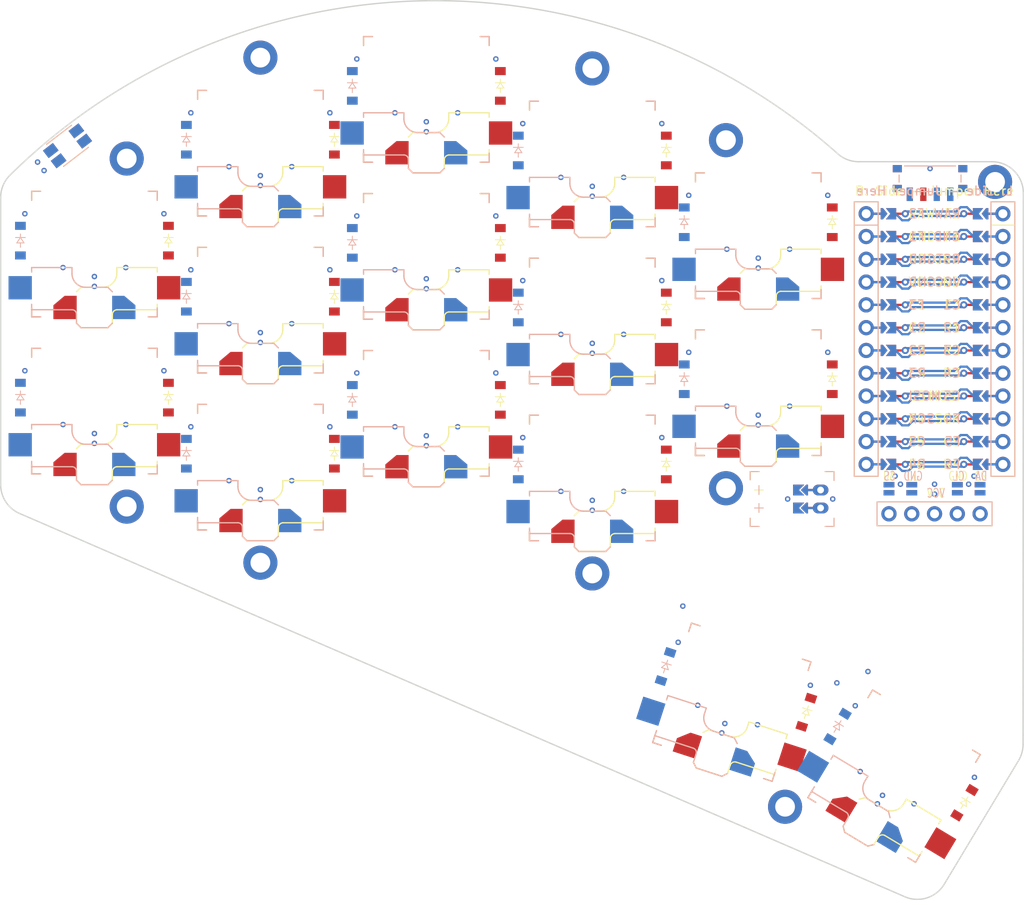
<source format=kicad_pcb>
(kicad_pcb (version 20171130) (host pcbnew 5.1.6)
  (title_block (title snak) (rev 0.2.1) (company JackMatanky))
  (layers (0 F.Cu signal) (31 B.Cu signal) (34 B.Paste user) (35 F.Paste user) (36 B.SilkS user) (37 F.SilkS user) (38 B.Mask user) (39 F.Mask user) (44 Edge.Cuts user))
  (net 0 "")
  (net 1 "C1")
  (net 2 "pinky_mid")
  (net 3 "pinky_top")
  (net 4 "C2")
  (net 5 "ring_bot")
  (net 6 "ring_mid")
  (net 7 "ring_top")
  (net 8 "C3")
  (net 9 "middle_bot")
  (net 10 "middle_mid")
  (net 11 "middle_top")
  (net 12 "C4")
  (net 13 "index_bot")
  (net 14 "index_mid")
  (net 15 "index_top")
  (net 16 "C5")
  (net 17 "inner_mid")
  (net 18 "inner_top")
  (net 19 "out_home")
  (net 20 "in_home")
  (net 21 "R2")
  (net 22 "R1")
  (net 23 "R3")
  (net 24 "R4")
  (net 25 "RAW")
  (net 26 "GND")
  (net 27 "RST")
  (net 28 "VCC")
  (net 29 "F4")
  (net 30 "F5")
  (net 31 "F6")
  (net 32 "F2")
  (net 33 "F1")
  (net 34 "F3")
  (net 35 "MOSI")
  (net 36 "SCK")
  (net 37 "CS")
  (net 38 "MCU1_24")
  (net 39 "MCU1_1")
  (net 40 "MCU1_23")
  (net 41 "MCU1_2")
  (net 42 "MCU1_22")
  (net 43 "MCU1_3")
  (net 44 "MCU1_21")
  (net 45 "MCU1_4")
  (net 46 "MCU1_20")
  (net 47 "MCU1_5")
  (net 48 "MCU1_19")
  (net 49 "MCU1_6")
  (net 50 "MCU1_18")
  (net 51 "MCU1_7")
  (net 52 "MCU1_17")
  (net 53 "MCU1_8")
  (net 54 "MCU1_16")
  (net 55 "MCU1_9")
  (net 56 "MCU1_15")
  (net 57 "MCU1_10")
  (net 58 "MCU1_14")
  (net 59 "MCU1_11")
  (net 60 "MCU1_13")
  (net 61 "MCU1_12")
  (net 62 "DISP1_1")
  (net 63 "DISP1_2")
  (net 64 "DISP1_4")
  (net 65 "DISP1_5")
  (net 66 "pos")
  (net 67 "JST1_1")
  (net 68 "JST1_2")
  (module PG1350 (layer F.Cu) (at 100 82.5 180)
    (fp_text reference "S1" hide)
    (pad "" np_thru_hole circle (at 0 0) (size 3.429 3.429) (drill 3.429) (layers *.Cu *.Mask))
    (pad "" np_thru_hole circle (at 5.5 0) (size 1.7018 1.7018) (drill 1.7018) (layers *.Cu *.Mask))
    (pad "" np_thru_hole circle (at -5.5 0) (size 1.7018 1.7018) (drill 1.7018) (layers *.Cu *.Mask))
    (pad "" np_thru_hole circle (at 0 -5.95) (size 3 3) (drill 3) (layers *.Cu *.Mask))
    (pad 1 smd custom (at -3.275 -5.95 180) (size 1 1) (layers B.Cu B.Paste B.Mask) (options (clearance outline) (anchor rect)) (primitives (gr_poly (pts (xy -1.3 -1.3) (xy -1.3 0.25) (xy -0.05 1.3) (xy 1.3 1.3) (xy 1.3 -1.3)) (width 0))) (net 1 "C1"))
    (pad 2 smd rect (at 8.275 -3.75 180) (size 2.6 2.6) (layers B.Cu B.Paste B.Mask) (net 2 "pinky_mid"))
    (pad "" np_thru_hole circle (at 5 -3.75 195) (size 3 3) (drill 3) (layers *.Cu *.Mask))
    (pad 1 connect custom (at 3.275 -5.95 180) (size 0.5 0.5) (layers F.Cu F.Mask) (options (clearance outline) (anchor rect)) (primitives (gr_poly (pts (xy -1.3 -1.3) (xy -1.3 1.3) (xy 0.05 1.3) (xy 1.3 0.25) (xy 1.3 -1.3)) (width 0))) (net 1 "C1"))
    (pad 2 smd rect (at -8.275 -3.75 180) (size 2.6 2.6) (layers F.Cu F.Paste F.Mask) (net 2 "pinky_mid"))
    (pad "" np_thru_hole circle (at -5 -3.75 195) (size 3 3) (drill 3) (layers *.Cu *.Mask))
  )
  (module PG1350 (layer F.Cu) (at 100 65 180)
    (fp_text reference "S2" hide)
    (pad "" np_thru_hole circle (at 0 0) (size 3.429 3.429) (drill 3.429) (layers *.Cu *.Mask))
    (pad "" np_thru_hole circle (at 5.5 0) (size 1.7018 1.7018) (drill 1.7018) (layers *.Cu *.Mask))
    (pad "" np_thru_hole circle (at -5.5 0) (size 1.7018 1.7018) (drill 1.7018) (layers *.Cu *.Mask))
    (pad "" np_thru_hole circle (at 0 -5.95) (size 3 3) (drill 3) (layers *.Cu *.Mask))
    (pad 1 smd custom (at -3.275 -5.95 180) (size 1 1) (layers B.Cu B.Paste B.Mask) (options (clearance outline) (anchor rect)) (primitives (gr_poly (pts (xy -1.3 -1.3) (xy -1.3 0.25) (xy -0.05 1.3) (xy 1.3 1.3) (xy 1.3 -1.3)) (width 0))) (net 1 "C1"))
    (pad 2 smd rect (at 8.275 -3.75 180) (size 2.6 2.6) (layers B.Cu B.Paste B.Mask) (net 3 "pinky_top"))
    (pad "" np_thru_hole circle (at 5 -3.75 195) (size 3 3) (drill 3) (layers *.Cu *.Mask))
    (pad 1 connect custom (at 3.275 -5.95 180) (size 0.5 0.5) (layers F.Cu F.Mask) (options (clearance outline) (anchor rect)) (primitives (gr_poly (pts (xy -1.3 -1.3) (xy -1.3 1.3) (xy 0.05 1.3) (xy 1.3 0.25) (xy 1.3 -1.3)) (width 0))) (net 1 "C1"))
    (pad 2 smd rect (at -8.275 -3.75 180) (size 2.6 2.6) (layers F.Cu F.Paste F.Mask) (net 3 "pinky_top"))
    (pad "" np_thru_hole circle (at -5 -3.75 195) (size 3 3) (drill 3) (layers *.Cu *.Mask))
  )
  (module PG1350 (layer F.Cu) (at 118.5 88.75 180)
    (fp_text reference "S3" hide)
    (pad "" np_thru_hole circle (at 0 0) (size 3.429 3.429) (drill 3.429) (layers *.Cu *.Mask))
    (pad "" np_thru_hole circle (at 5.5 0) (size 1.7018 1.7018) (drill 1.7018) (layers *.Cu *.Mask))
    (pad "" np_thru_hole circle (at -5.5 0) (size 1.7018 1.7018) (drill 1.7018) (layers *.Cu *.Mask))
    (pad "" np_thru_hole circle (at 0 -5.95) (size 3 3) (drill 3) (layers *.Cu *.Mask))
    (pad 1 smd custom (at -3.275 -5.95 180) (size 1 1) (layers B.Cu B.Paste B.Mask) (options (clearance outline) (anchor rect)) (primitives (gr_poly (pts (xy -1.3 -1.3) (xy -1.3 0.25) (xy -0.05 1.3) (xy 1.3 1.3) (xy 1.3 -1.3)) (width 0))) (net 4 "C2"))
    (pad 2 smd rect (at 8.275 -3.75 180) (size 2.6 2.6) (layers B.Cu B.Paste B.Mask) (net 5 "ring_bot"))
    (pad "" np_thru_hole circle (at 5 -3.75 195) (size 3 3) (drill 3) (layers *.Cu *.Mask))
    (pad 1 connect custom (at 3.275 -5.95 180) (size 0.5 0.5) (layers F.Cu F.Mask) (options (clearance outline) (anchor rect)) (primitives (gr_poly (pts (xy -1.3 -1.3) (xy -1.3 1.3) (xy 0.05 1.3) (xy 1.3 0.25) (xy 1.3 -1.3)) (width 0))) (net 4 "C2"))
    (pad 2 smd rect (at -8.275 -3.75 180) (size 2.6 2.6) (layers F.Cu F.Paste F.Mask) (net 5 "ring_bot"))
    (pad "" np_thru_hole circle (at -5 -3.75 195) (size 3 3) (drill 3) (layers *.Cu *.Mask))
  )
  (module PG1350 (layer F.Cu) (at 118.5 71.25 180)
    (fp_text reference "S4" hide)
    (pad "" np_thru_hole circle (at 0 0) (size 3.429 3.429) (drill 3.429) (layers *.Cu *.Mask))
    (pad "" np_thru_hole circle (at 5.5 0) (size 1.7018 1.7018) (drill 1.7018) (layers *.Cu *.Mask))
    (pad "" np_thru_hole circle (at -5.5 0) (size 1.7018 1.7018) (drill 1.7018) (layers *.Cu *.Mask))
    (pad "" np_thru_hole circle (at 0 -5.95) (size 3 3) (drill 3) (layers *.Cu *.Mask))
    (pad 1 smd custom (at -3.275 -5.95 180) (size 1 1) (layers B.Cu B.Paste B.Mask) (options (clearance outline) (anchor rect)) (primitives (gr_poly (pts (xy -1.3 -1.3) (xy -1.3 0.25) (xy -0.05 1.3) (xy 1.3 1.3) (xy 1.3 -1.3)) (width 0))) (net 4 "C2"))
    (pad 2 smd rect (at 8.275 -3.75 180) (size 2.6 2.6) (layers B.Cu B.Paste B.Mask) (net 6 "ring_mid"))
    (pad "" np_thru_hole circle (at 5 -3.75 195) (size 3 3) (drill 3) (layers *.Cu *.Mask))
    (pad 1 connect custom (at 3.275 -5.95 180) (size 0.5 0.5) (layers F.Cu F.Mask) (options (clearance outline) (anchor rect)) (primitives (gr_poly (pts (xy -1.3 -1.3) (xy -1.3 1.3) (xy 0.05 1.3) (xy 1.3 0.25) (xy 1.3 -1.3)) (width 0))) (net 4 "C2"))
    (pad 2 smd rect (at -8.275 -3.75 180) (size 2.6 2.6) (layers F.Cu F.Paste F.Mask) (net 6 "ring_mid"))
    (pad "" np_thru_hole circle (at -5 -3.75 195) (size 3 3) (drill 3) (layers *.Cu *.Mask))
  )
  (module PG1350 (layer F.Cu) (at 118.5 53.75 180)
    (fp_text reference "S5" hide)
    (pad "" np_thru_hole circle (at 0 0) (size 3.429 3.429) (drill 3.429) (layers *.Cu *.Mask))
    (pad "" np_thru_hole circle (at 5.5 0) (size 1.7018 1.7018) (drill 1.7018) (layers *.Cu *.Mask))
    (pad "" np_thru_hole circle (at -5.5 0) (size 1.7018 1.7018) (drill 1.7018) (layers *.Cu *.Mask))
    (pad "" np_thru_hole circle (at 0 -5.95) (size 3 3) (drill 3) (layers *.Cu *.Mask))
    (pad 1 smd custom (at -3.275 -5.95 180) (size 1 1) (layers B.Cu B.Paste B.Mask) (options (clearance outline) (anchor rect)) (primitives (gr_poly (pts (xy -1.3 -1.3) (xy -1.3 0.25) (xy -0.05 1.3) (xy 1.3 1.3) (xy 1.3 -1.3)) (width 0))) (net 4 "C2"))
    (pad 2 smd rect (at 8.275 -3.75 180) (size 2.6 2.6) (layers B.Cu B.Paste B.Mask) (net 7 "ring_top"))
    (pad "" np_thru_hole circle (at 5 -3.75 195) (size 3 3) (drill 3) (layers *.Cu *.Mask))
    (pad 1 connect custom (at 3.275 -5.95 180) (size 0.5 0.5) (layers F.Cu F.Mask) (options (clearance outline) (anchor rect)) (primitives (gr_poly (pts (xy -1.3 -1.3) (xy -1.3 1.3) (xy 0.05 1.3) (xy 1.3 0.25) (xy 1.3 -1.3)) (width 0))) (net 4 "C2"))
    (pad 2 smd rect (at -8.275 -3.75 180) (size 2.6 2.6) (layers F.Cu F.Paste F.Mask) (net 7 "ring_top"))
    (pad "" np_thru_hole circle (at -5 -3.75 195) (size 3 3) (drill 3) (layers *.Cu *.Mask))
  )
  (module PG1350 (layer F.Cu) (at 137 82.75 180)
    (fp_text reference "S6" hide)
    (pad "" np_thru_hole circle (at 0 0) (size 3.429 3.429) (drill 3.429) (layers *.Cu *.Mask))
    (pad "" np_thru_hole circle (at 5.5 0) (size 1.7018 1.7018) (drill 1.7018) (layers *.Cu *.Mask))
    (pad "" np_thru_hole circle (at -5.5 0) (size 1.7018 1.7018) (drill 1.7018) (layers *.Cu *.Mask))
    (pad "" np_thru_hole circle (at 0 -5.95) (size 3 3) (drill 3) (layers *.Cu *.Mask))
    (pad 1 smd custom (at -3.275 -5.95 180) (size 1 1) (layers B.Cu B.Paste B.Mask) (options (clearance outline) (anchor rect)) (primitives (gr_poly (pts (xy -1.3 -1.3) (xy -1.3 0.25) (xy -0.05 1.3) (xy 1.3 1.3) (xy 1.3 -1.3)) (width 0))) (net 8 "C3"))
    (pad 2 smd rect (at 8.275 -3.75 180) (size 2.6 2.6) (layers B.Cu B.Paste B.Mask) (net 9 "middle_bot"))
    (pad "" np_thru_hole circle (at 5 -3.75 195) (size 3 3) (drill 3) (layers *.Cu *.Mask))
    (pad 1 connect custom (at 3.275 -5.95 180) (size 0.5 0.5) (layers F.Cu F.Mask) (options (clearance outline) (anchor rect)) (primitives (gr_poly (pts (xy -1.3 -1.3) (xy -1.3 1.3) (xy 0.05 1.3) (xy 1.3 0.25) (xy 1.3 -1.3)) (width 0))) (net 8 "C3"))
    (pad 2 smd rect (at -8.275 -3.75 180) (size 2.6 2.6) (layers F.Cu F.Paste F.Mask) (net 9 "middle_bot"))
    (pad "" np_thru_hole circle (at -5 -3.75 195) (size 3 3) (drill 3) (layers *.Cu *.Mask))
  )
  (module PG1350 (layer F.Cu) (at 137 65.25 180)
    (fp_text reference "S7" hide)
    (pad "" np_thru_hole circle (at 0 0) (size 3.429 3.429) (drill 3.429) (layers *.Cu *.Mask))
    (pad "" np_thru_hole circle (at 5.5 0) (size 1.7018 1.7018) (drill 1.7018) (layers *.Cu *.Mask))
    (pad "" np_thru_hole circle (at -5.5 0) (size 1.7018 1.7018) (drill 1.7018) (layers *.Cu *.Mask))
    (pad "" np_thru_hole circle (at 0 -5.95) (size 3 3) (drill 3) (layers *.Cu *.Mask))
    (pad 1 smd custom (at -3.275 -5.95 180) (size 1 1) (layers B.Cu B.Paste B.Mask) (options (clearance outline) (anchor rect)) (primitives (gr_poly (pts (xy -1.3 -1.3) (xy -1.3 0.25) (xy -0.05 1.3) (xy 1.3 1.3) (xy 1.3 -1.3)) (width 0))) (net 8 "C3"))
    (pad 2 smd rect (at 8.275 -3.75 180) (size 2.6 2.6) (layers B.Cu B.Paste B.Mask) (net 10 "middle_mid"))
    (pad "" np_thru_hole circle (at 5 -3.75 195) (size 3 3) (drill 3) (layers *.Cu *.Mask))
    (pad 1 connect custom (at 3.275 -5.95 180) (size 0.5 0.5) (layers F.Cu F.Mask) (options (clearance outline) (anchor rect)) (primitives (gr_poly (pts (xy -1.3 -1.3) (xy -1.3 1.3) (xy 0.05 1.3) (xy 1.3 0.25) (xy 1.3 -1.3)) (width 0))) (net 8 "C3"))
    (pad 2 smd rect (at -8.275 -3.75 180) (size 2.6 2.6) (layers F.Cu F.Paste F.Mask) (net 10 "middle_mid"))
    (pad "" np_thru_hole circle (at -5 -3.75 195) (size 3 3) (drill 3) (layers *.Cu *.Mask))
  )
  (module PG1350 (layer F.Cu) (at 137 47.75 180)
    (fp_text reference "S8" hide)
    (pad "" np_thru_hole circle (at 0 0) (size 3.429 3.429) (drill 3.429) (layers *.Cu *.Mask))
    (pad "" np_thru_hole circle (at 5.5 0) (size 1.7018 1.7018) (drill 1.7018) (layers *.Cu *.Mask))
    (pad "" np_thru_hole circle (at -5.5 0) (size 1.7018 1.7018) (drill 1.7018) (layers *.Cu *.Mask))
    (pad "" np_thru_hole circle (at 0 -5.95) (size 3 3) (drill 3) (layers *.Cu *.Mask))
    (pad 1 smd custom (at -3.275 -5.95 180) (size 1 1) (layers B.Cu B.Paste B.Mask) (options (clearance outline) (anchor rect)) (primitives (gr_poly (pts (xy -1.3 -1.3) (xy -1.3 0.25) (xy -0.05 1.3) (xy 1.3 1.3) (xy 1.3 -1.3)) (width 0))) (net 8 "C3"))
    (pad 2 smd rect (at 8.275 -3.75 180) (size 2.6 2.6) (layers B.Cu B.Paste B.Mask) (net 11 "middle_top"))
    (pad "" np_thru_hole circle (at 5 -3.75 195) (size 3 3) (drill 3) (layers *.Cu *.Mask))
    (pad 1 connect custom (at 3.275 -5.95 180) (size 0.5 0.5) (layers F.Cu F.Mask) (options (clearance outline) (anchor rect)) (primitives (gr_poly (pts (xy -1.3 -1.3) (xy -1.3 1.3) (xy 0.05 1.3) (xy 1.3 0.25) (xy 1.3 -1.3)) (width 0))) (net 8 "C3"))
    (pad 2 smd rect (at -8.275 -3.75 180) (size 2.6 2.6) (layers F.Cu F.Paste F.Mask) (net 11 "middle_top"))
    (pad "" np_thru_hole circle (at -5 -3.75 195) (size 3 3) (drill 3) (layers *.Cu *.Mask))
  )
  (module PG1350 (layer F.Cu) (at 155.5 89.95 180)
    (fp_text reference "S9" hide)
    (pad "" np_thru_hole circle (at 0 0) (size 3.429 3.429) (drill 3.429) (layers *.Cu *.Mask))
    (pad "" np_thru_hole circle (at 5.5 0) (size 1.7018 1.7018) (drill 1.7018) (layers *.Cu *.Mask))
    (pad "" np_thru_hole circle (at -5.5 0) (size 1.7018 1.7018) (drill 1.7018) (layers *.Cu *.Mask))
    (pad "" np_thru_hole circle (at 0 -5.95) (size 3 3) (drill 3) (layers *.Cu *.Mask))
    (pad 1 smd custom (at -3.275 -5.95 180) (size 1 1) (layers B.Cu B.Paste B.Mask) (options (clearance outline) (anchor rect)) (primitives (gr_poly (pts (xy -1.3 -1.3) (xy -1.3 0.25) (xy -0.05 1.3) (xy 1.3 1.3) (xy 1.3 -1.3)) (width 0))) (net 12 "C4"))
    (pad 2 smd rect (at 8.275 -3.75 180) (size 2.6 2.6) (layers B.Cu B.Paste B.Mask) (net 13 "index_bot"))
    (pad "" np_thru_hole circle (at 5 -3.75 195) (size 3 3) (drill 3) (layers *.Cu *.Mask))
    (pad 1 connect custom (at 3.275 -5.95 180) (size 0.5 0.5) (layers F.Cu F.Mask) (options (clearance outline) (anchor rect)) (primitives (gr_poly (pts (xy -1.3 -1.3) (xy -1.3 1.3) (xy 0.05 1.3) (xy 1.3 0.25) (xy 1.3 -1.3)) (width 0))) (net 12 "C4"))
    (pad 2 smd rect (at -8.275 -3.75 180) (size 2.6 2.6) (layers F.Cu F.Paste F.Mask) (net 13 "index_bot"))
    (pad "" np_thru_hole circle (at -5 -3.75 195) (size 3 3) (drill 3) (layers *.Cu *.Mask))
  )
  (module PG1350 (layer F.Cu) (at 155.5 72.45 180)
    (fp_text reference "S10" hide)
    (pad "" np_thru_hole circle (at 0 0) (size 3.429 3.429) (drill 3.429) (layers *.Cu *.Mask))
    (pad "" np_thru_hole circle (at 5.5 0) (size 1.7018 1.7018) (drill 1.7018) (layers *.Cu *.Mask))
    (pad "" np_thru_hole circle (at -5.5 0) (size 1.7018 1.7018) (drill 1.7018) (layers *.Cu *.Mask))
    (pad "" np_thru_hole circle (at 0 -5.95) (size 3 3) (drill 3) (layers *.Cu *.Mask))
    (pad 1 smd custom (at -3.275 -5.95 180) (size 1 1) (layers B.Cu B.Paste B.Mask) (options (clearance outline) (anchor rect)) (primitives (gr_poly (pts (xy -1.3 -1.3) (xy -1.3 0.25) (xy -0.05 1.3) (xy 1.3 1.3) (xy 1.3 -1.3)) (width 0))) (net 12 "C4"))
    (pad 2 smd rect (at 8.275 -3.75 180) (size 2.6 2.6) (layers B.Cu B.Paste B.Mask) (net 14 "index_mid"))
    (pad "" np_thru_hole circle (at 5 -3.75 195) (size 3 3) (drill 3) (layers *.Cu *.Mask))
    (pad 1 connect custom (at 3.275 -5.95 180) (size 0.5 0.5) (layers F.Cu F.Mask) (options (clearance outline) (anchor rect)) (primitives (gr_poly (pts (xy -1.3 -1.3) (xy -1.3 1.3) (xy 0.05 1.3) (xy 1.3 0.25) (xy 1.3 -1.3)) (width 0))) (net 12 "C4"))
    (pad 2 smd rect (at -8.275 -3.75 180) (size 2.6 2.6) (layers F.Cu F.Paste F.Mask) (net 14 "index_mid"))
    (pad "" np_thru_hole circle (at -5 -3.75 195) (size 3 3) (drill 3) (layers *.Cu *.Mask))
  )
  (module PG1350 (layer F.Cu) (at 155.5 54.95 180)
    (fp_text reference "S11" hide)
    (pad "" np_thru_hole circle (at 0 0) (size 3.429 3.429) (drill 3.429) (layers *.Cu *.Mask))
    (pad "" np_thru_hole circle (at 5.5 0) (size 1.7018 1.7018) (drill 1.7018) (layers *.Cu *.Mask))
    (pad "" np_thru_hole circle (at -5.5 0) (size 1.7018 1.7018) (drill 1.7018) (layers *.Cu *.Mask))
    (pad "" np_thru_hole circle (at 0 -5.95) (size 3 3) (drill 3) (layers *.Cu *.Mask))
    (pad 1 smd custom (at -3.275 -5.95 180) (size 1 1) (layers B.Cu B.Paste B.Mask) (options (clearance outline) (anchor rect)) (primitives (gr_poly (pts (xy -1.3 -1.3) (xy -1.3 0.25) (xy -0.05 1.3) (xy 1.3 1.3) (xy 1.3 -1.3)) (width 0))) (net 12 "C4"))
    (pad 2 smd rect (at 8.275 -3.75 180) (size 2.6 2.6) (layers B.Cu B.Paste B.Mask) (net 15 "index_top"))
    (pad "" np_thru_hole circle (at 5 -3.75 195) (size 3 3) (drill 3) (layers *.Cu *.Mask))
    (pad 1 connect custom (at 3.275 -5.95 180) (size 0.5 0.5) (layers F.Cu F.Mask) (options (clearance outline) (anchor rect)) (primitives (gr_poly (pts (xy -1.3 -1.3) (xy -1.3 1.3) (xy 0.05 1.3) (xy 1.3 0.25) (xy 1.3 -1.3)) (width 0))) (net 12 "C4"))
    (pad 2 smd rect (at -8.275 -3.75 180) (size 2.6 2.6) (layers F.Cu F.Paste F.Mask) (net 15 "index_top"))
    (pad "" np_thru_hole circle (at -5 -3.75 195) (size 3 3) (drill 3) (layers *.Cu *.Mask))
  )
  (module PG1350 (layer F.Cu) (at 174 80.45 180)
    (fp_text reference "S12" hide)
    (pad "" np_thru_hole circle (at 0 0) (size 3.429 3.429) (drill 3.429) (layers *.Cu *.Mask))
    (pad "" np_thru_hole circle (at 5.5 0) (size 1.7018 1.7018) (drill 1.7018) (layers *.Cu *.Mask))
    (pad "" np_thru_hole circle (at -5.5 0) (size 1.7018 1.7018) (drill 1.7018) (layers *.Cu *.Mask))
    (pad "" np_thru_hole circle (at 0 -5.95) (size 3 3) (drill 3) (layers *.Cu *.Mask))
    (pad 1 smd custom (at -3.275 -5.95 180) (size 1 1) (layers B.Cu B.Paste B.Mask) (options (clearance outline) (anchor rect)) (primitives (gr_poly (pts (xy -1.3 -1.3) (xy -1.3 0.25) (xy -0.05 1.3) (xy 1.3 1.3) (xy 1.3 -1.3)) (width 0))) (net 16 "C5"))
    (pad 2 smd rect (at 8.275 -3.75 180) (size 2.6 2.6) (layers B.Cu B.Paste B.Mask) (net 17 "inner_mid"))
    (pad "" np_thru_hole circle (at 5 -3.75 195) (size 3 3) (drill 3) (layers *.Cu *.Mask))
    (pad 1 connect custom (at 3.275 -5.95 180) (size 0.5 0.5) (layers F.Cu F.Mask) (options (clearance outline) (anchor rect)) (primitives (gr_poly (pts (xy -1.3 -1.3) (xy -1.3 1.3) (xy 0.05 1.3) (xy 1.3 0.25) (xy 1.3 -1.3)) (width 0))) (net 16 "C5"))
    (pad 2 smd rect (at -8.275 -3.75 180) (size 2.6 2.6) (layers F.Cu F.Paste F.Mask) (net 17 "inner_mid"))
    (pad "" np_thru_hole circle (at -5 -3.75 195) (size 3 3) (drill 3) (layers *.Cu *.Mask))
  )
  (module PG1350 (layer F.Cu) (at 174 62.95 180)
    (fp_text reference "S13" hide)
    (pad "" np_thru_hole circle (at 0 0) (size 3.429 3.429) (drill 3.429) (layers *.Cu *.Mask))
    (pad "" np_thru_hole circle (at 5.5 0) (size 1.7018 1.7018) (drill 1.7018) (layers *.Cu *.Mask))
    (pad "" np_thru_hole circle (at -5.5 0) (size 1.7018 1.7018) (drill 1.7018) (layers *.Cu *.Mask))
    (pad "" np_thru_hole circle (at 0 -5.95) (size 3 3) (drill 3) (layers *.Cu *.Mask))
    (pad 1 smd custom (at -3.275 -5.95 180) (size 1 1) (layers B.Cu B.Paste B.Mask) (options (clearance outline) (anchor rect)) (primitives (gr_poly (pts (xy -1.3 -1.3) (xy -1.3 0.25) (xy -0.05 1.3) (xy 1.3 1.3) (xy 1.3 -1.3)) (width 0))) (net 16 "C5"))
    (pad 2 smd rect (at 8.275 -3.75 180) (size 2.6 2.6) (layers B.Cu B.Paste B.Mask) (net 18 "inner_top"))
    (pad "" np_thru_hole circle (at 5 -3.75 195) (size 3 3) (drill 3) (layers *.Cu *.Mask))
    (pad 1 connect custom (at 3.275 -5.95 180) (size 0.5 0.5) (layers F.Cu F.Mask) (options (clearance outline) (anchor rect)) (primitives (gr_poly (pts (xy -1.3 -1.3) (xy -1.3 1.3) (xy 0.05 1.3) (xy 1.3 0.25) (xy 1.3 -1.3)) (width 0))) (net 16 "C5"))
    (pad 2 smd rect (at -8.275 -3.75 180) (size 2.6 2.6) (layers F.Cu F.Paste F.Mask) (net 18 "inner_top"))
    (pad "" np_thru_hole circle (at -5 -3.75 195) (size 3 3) (drill 3) (layers *.Cu *.Mask))
  )
  (module PG1350 (layer F.Cu) (at 171.05 114.95 162)
    (fp_text reference "S14" hide)
    (pad "" np_thru_hole circle (at 0 0) (size 3.429 3.429) (drill 3.429) (layers *.Cu *.Mask))
    (pad "" np_thru_hole circle (at 5.5 0) (size 1.7018 1.7018) (drill 1.7018) (layers *.Cu *.Mask))
    (pad "" np_thru_hole circle (at -5.5 0) (size 1.7018 1.7018) (drill 1.7018) (layers *.Cu *.Mask))
    (pad "" np_thru_hole circle (at 0 -5.95) (size 3 3) (drill 3) (layers *.Cu *.Mask))
    (pad 1 smd custom (at -3.275 -5.95 162) (size 1 1) (layers B.Cu B.Paste B.Mask) (options (clearance outline) (anchor rect)) (primitives (gr_poly (pts (xy -1.3 -1.3) (xy -1.3 0.25) (xy -0.05 1.3) (xy 1.3 1.3) (xy 1.3 -1.3)) (width 0))) (net 12 "C4"))
    (pad 2 smd rect (at 8.275 -3.75 162) (size 2.6 2.6) (layers B.Cu B.Paste B.Mask) (net 19 "out_home"))
    (pad "" np_thru_hole circle (at 5 -3.75 195) (size 3 3) (drill 3) (layers *.Cu *.Mask))
    (pad 1 connect custom (at 3.275 -5.95 162) (size 0.5 0.5) (layers F.Cu F.Mask) (options (clearance outline) (anchor rect)) (primitives (gr_poly (pts (xy -1.3 -1.3) (xy -1.3 1.3) (xy 0.05 1.3) (xy 1.3 0.25) (xy 1.3 -1.3)) (width 0))) (net 12 "C4"))
    (pad 2 smd rect (at -8.275 -3.75 162) (size 2.6 2.6) (layers F.Cu F.Paste F.Mask) (net 19 "out_home"))
    (pad "" np_thru_hole circle (at -5 -3.75 195) (size 3 3) (drill 3) (layers *.Cu *.Mask))
  )
  (module PG1350 (layer F.Cu) (at 189.138078 123.1929628 149)
    (fp_text reference "S15" hide)
    (pad "" np_thru_hole circle (at 0 0) (size 3.429 3.429) (drill 3.429) (layers *.Cu *.Mask))
    (pad "" np_thru_hole circle (at 5.5 0) (size 1.7018 1.7018) (drill 1.7018) (layers *.Cu *.Mask))
    (pad "" np_thru_hole circle (at -5.5 0) (size 1.7018 1.7018) (drill 1.7018) (layers *.Cu *.Mask))
    (pad "" np_thru_hole circle (at 0 -5.95) (size 3 3) (drill 3) (layers *.Cu *.Mask))
    (pad 1 smd custom (at -3.275 -5.95 149) (size 1 1) (layers B.Cu B.Paste B.Mask) (options (clearance outline) (anchor rect)) (primitives (gr_poly (pts (xy -1.3 -1.3) (xy -1.3 0.25) (xy -0.05 1.3) (xy 1.3 1.3) (xy 1.3 -1.3)) (width 0))) (net 16 "C5"))
    (pad 2 smd rect (at 8.275 -3.75 149) (size 2.6 2.6) (layers B.Cu B.Paste B.Mask) (net 20 "in_home"))
    (pad "" np_thru_hole circle (at 5 -3.75 195) (size 3 3) (drill 3) (layers *.Cu *.Mask))
    (pad 1 connect custom (at 3.275 -5.95 149) (size 0.5 0.5) (layers F.Cu F.Mask) (options (clearance outline) (anchor rect)) (primitives (gr_poly (pts (xy -1.3 -1.3) (xy -1.3 1.3) (xy 0.05 1.3) (xy 1.3 0.25) (xy 1.3 -1.3)) (width 0))) (net 16 "C5"))
    (pad 2 smd rect (at -8.275 -3.75 149) (size 2.6 2.6) (layers F.Cu F.Paste F.Mask) (net 20 "in_home"))
    (pad "" np_thru_hole circle (at -5 -3.75 195) (size 3 3) (drill 3) (layers *.Cu *.Mask))
  )
  (module "ceoloide:diode_tht_sod123" (layer F.Cu) (at 108.25 81 270)
    (fp_text reference "D1" hide)
    (pad 1 smd rect (at -1.65 0 270) (size 0.9 1.2) (layers F.Cu F.Paste F.Mask) (net 21 "R2"))
    (pad 2 smd rect (at 1.65 0 270) (size 0.9 1.2) (layers F.Cu F.Paste F.Mask) (net 2 "pinky_mid"))
  )
  (module "ceoloide:diode_tht_sod123" (layer F.Cu) (at 108.25 63.5 270)
    (fp_text reference "D2" hide)
    (pad 1 smd rect (at -1.65 0 270) (size 0.9 1.2) (layers F.Cu F.Paste F.Mask) (net 22 "R1"))
    (pad 2 smd rect (at 1.65 0 270) (size 0.9 1.2) (layers F.Cu F.Paste F.Mask) (net 3 "pinky_top"))
  )
  (module "ceoloide:diode_tht_sod123" (layer F.Cu) (at 126.75 87.25 270)
    (fp_text reference "D3" hide)
    (pad 1 smd rect (at -1.65 0 270) (size 0.9 1.2) (layers F.Cu F.Paste F.Mask) (net 23 "R3"))
    (pad 2 smd rect (at 1.65 0 270) (size 0.9 1.2) (layers F.Cu F.Paste F.Mask) (net 5 "ring_bot"))
  )
  (module "ceoloide:diode_tht_sod123" (layer F.Cu) (at 126.75 69.75 270)
    (fp_text reference "D4" hide)
    (pad 1 smd rect (at -1.65 0 270) (size 0.9 1.2) (layers F.Cu F.Paste F.Mask) (net 21 "R2"))
    (pad 2 smd rect (at 1.65 0 270) (size 0.9 1.2) (layers F.Cu F.Paste F.Mask) (net 6 "ring_mid"))
  )
  (module "ceoloide:diode_tht_sod123" (layer F.Cu) (at 126.75 52.25 270)
    (fp_text reference "D5" hide)
    (pad 1 smd rect (at -1.65 0 270) (size 0.9 1.2) (layers F.Cu F.Paste F.Mask) (net 22 "R1"))
    (pad 2 smd rect (at 1.65 0 270) (size 0.9 1.2) (layers F.Cu F.Paste F.Mask) (net 7 "ring_top"))
  )
  (module "ceoloide:diode_tht_sod123" (layer F.Cu) (at 145.25 81.25 270)
    (fp_text reference "D6" hide)
    (pad 1 smd rect (at -1.65 0 270) (size 0.9 1.2) (layers F.Cu F.Paste F.Mask) (net 23 "R3"))
    (pad 2 smd rect (at 1.65 0 270) (size 0.9 1.2) (layers F.Cu F.Paste F.Mask) (net 9 "middle_bot"))
  )
  (module "ceoloide:diode_tht_sod123" (layer F.Cu) (at 145.25 63.75 270)
    (fp_text reference "D7" hide)
    (pad 1 smd rect (at -1.65 0 270) (size 0.9 1.2) (layers F.Cu F.Paste F.Mask) (net 21 "R2"))
    (pad 2 smd rect (at 1.65 0 270) (size 0.9 1.2) (layers F.Cu F.Paste F.Mask) (net 10 "middle_mid"))
  )
  (module "ceoloide:diode_tht_sod123" (layer F.Cu) (at 145.25 46.25 270)
    (fp_text reference "D8" hide)
    (pad 1 smd rect (at -1.65 0 270) (size 0.9 1.2) (layers F.Cu F.Paste F.Mask) (net 22 "R1"))
    (pad 2 smd rect (at 1.65 0 270) (size 0.9 1.2) (layers F.Cu F.Paste F.Mask) (net 11 "middle_top"))
  )
  (module "ceoloide:diode_tht_sod123" (layer F.Cu) (at 163.75 88.45 270)
    (fp_text reference "D9" hide)
    (pad 1 smd rect (at -1.65 0 270) (size 0.9 1.2) (layers F.Cu F.Paste F.Mask) (net 23 "R3"))
    (pad 2 smd rect (at 1.65 0 270) (size 0.9 1.2) (layers F.Cu F.Paste F.Mask) (net 13 "index_bot"))
  )
  (module "ceoloide:diode_tht_sod123" (layer F.Cu) (at 163.75 70.95 270)
    (fp_text reference "D10" hide)
    (pad 1 smd rect (at -1.65 0 270) (size 0.9 1.2) (layers F.Cu F.Paste F.Mask) (net 21 "R2"))
    (pad 2 smd rect (at 1.65 0 270) (size 0.9 1.2) (layers F.Cu F.Paste F.Mask) (net 14 "index_mid"))
  )
  (module "ceoloide:diode_tht_sod123" (layer F.Cu) (at 163.75 53.45 270)
    (fp_text reference "D11" hide)
    (pad 1 smd rect (at -1.65 0 270) (size 0.9 1.2) (layers F.Cu F.Paste F.Mask) (net 22 "R1"))
    (pad 2 smd rect (at 1.65 0 270) (size 0.9 1.2) (layers F.Cu F.Paste F.Mask) (net 15 "index_top"))
  )
  (module "ceoloide:diode_tht_sod123" (layer F.Cu) (at 182.25 78.95 270)
    (fp_text reference "D12" hide)
    (pad 1 smd rect (at -1.65 0 270) (size 0.9 1.2) (layers F.Cu F.Paste F.Mask) (net 21 "R2"))
    (pad 2 smd rect (at 1.65 0 270) (size 0.9 1.2) (layers F.Cu F.Paste F.Mask) (net 17 "inner_mid"))
  )
  (module "ceoloide:diode_tht_sod123" (layer F.Cu) (at 182.25 61.45 270)
    (fp_text reference "D13" hide)
    (pad 1 smd rect (at -1.65 0 270) (size 0.9 1.2) (layers F.Cu F.Paste F.Mask) (net 22 "R1"))
    (pad 2 smd rect (at 1.65 0 270) (size 0.9 1.2) (layers F.Cu F.Paste F.Mask) (net 18 "inner_top"))
  )
  (module "ceoloide:diode_tht_sod123" (layer F.Cu) (at 179.35974180000002 116.07280540000001 252)
    (fp_text reference "D14" hide)
    (pad 1 smd rect (at -1.65 0 252) (size 0.9 1.2) (layers F.Cu F.Paste F.Mask) (net 24 "R4"))
    (pad 2 smd rect (at 1.65 0 252) (size 0.9 1.2) (layers F.Cu F.Paste F.Mask) (net 19 "out_home"))
  )
  (module "ceoloide:diode_tht_sod123" (layer F.Cu) (at 196.9822653 126.156276 239)
    (fp_text reference "D15" hide)
    (pad 1 smd rect (at -1.65 0 239) (size 0.9 1.2) (layers F.Cu F.Paste F.Mask) (net 24 "R4"))
    (pad 2 smd rect (at 1.65 0 239) (size 0.9 1.2) (layers F.Cu F.Paste F.Mask) (net 20 "in_home"))
  )
  (module "ceoloide:diode_tht_sod123" (layer B.Cu) (at 91.75 81 270)
    (fp_text reference "D16" hide)
    (pad 2 smd rect (at 1.65 0 270) (size 0.9 1.2) (layers B.Cu B.Paste B.Mask) (net 2 "pinky_mid"))
    (pad 1 smd rect (at -1.65 0 270) (size 0.9 1.2) (layers B.Cu B.Paste B.Mask) (net 21 "R2"))
  )
  (module "ceoloide:diode_tht_sod123" (layer B.Cu) (at 91.75 63.5 270)
    (fp_text reference "D17" hide)
    (pad 2 smd rect (at 1.65 0 270) (size 0.9 1.2) (layers B.Cu B.Paste B.Mask) (net 3 "pinky_top"))
    (pad 1 smd rect (at -1.65 0 270) (size 0.9 1.2) (layers B.Cu B.Paste B.Mask) (net 22 "R1"))
  )
  (module "ceoloide:diode_tht_sod123" (layer B.Cu) (at 110.25 87.25 270)
    (fp_text reference "D18" hide)
    (pad 2 smd rect (at 1.65 0 270) (size 0.9 1.2) (layers B.Cu B.Paste B.Mask) (net 5 "ring_bot"))
    (pad 1 smd rect (at -1.65 0 270) (size 0.9 1.2) (layers B.Cu B.Paste B.Mask) (net 23 "R3"))
  )
  (module "ceoloide:diode_tht_sod123" (layer B.Cu) (at 110.25 69.75 270)
    (fp_text reference "D19" hide)
    (pad 2 smd rect (at 1.65 0 270) (size 0.9 1.2) (layers B.Cu B.Paste B.Mask) (net 6 "ring_mid"))
    (pad 1 smd rect (at -1.65 0 270) (size 0.9 1.2) (layers B.Cu B.Paste B.Mask) (net 21 "R2"))
  )
  (module "ceoloide:diode_tht_sod123" (layer B.Cu) (at 110.25 52.25 270)
    (fp_text reference "D20" hide)
    (pad 2 smd rect (at 1.65 0 270) (size 0.9 1.2) (layers B.Cu B.Paste B.Mask) (net 7 "ring_top"))
    (pad 1 smd rect (at -1.65 0 270) (size 0.9 1.2) (layers B.Cu B.Paste B.Mask) (net 22 "R1"))
  )
  (module "ceoloide:diode_tht_sod123" (layer B.Cu) (at 128.75 81.25 270)
    (fp_text reference "D21" hide)
    (pad 2 smd rect (at 1.65 0 270) (size 0.9 1.2) (layers B.Cu B.Paste B.Mask) (net 9 "middle_bot"))
    (pad 1 smd rect (at -1.65 0 270) (size 0.9 1.2) (layers B.Cu B.Paste B.Mask) (net 23 "R3"))
  )
  (module "ceoloide:diode_tht_sod123" (layer B.Cu) (at 128.75 63.75 270)
    (fp_text reference "D22" hide)
    (pad 2 smd rect (at 1.65 0 270) (size 0.9 1.2) (layers B.Cu B.Paste B.Mask) (net 10 "middle_mid"))
    (pad 1 smd rect (at -1.65 0 270) (size 0.9 1.2) (layers B.Cu B.Paste B.Mask) (net 21 "R2"))
  )
  (module "ceoloide:diode_tht_sod123" (layer B.Cu) (at 128.75 46.25 270)
    (fp_text reference "D23" hide)
    (pad 2 smd rect (at 1.65 0 270) (size 0.9 1.2) (layers B.Cu B.Paste B.Mask) (net 11 "middle_top"))
    (pad 1 smd rect (at -1.65 0 270) (size 0.9 1.2) (layers B.Cu B.Paste B.Mask) (net 22 "R1"))
  )
  (module "ceoloide:diode_tht_sod123" (layer B.Cu) (at 147.25 88.45 270)
    (fp_text reference "D24" hide)
    (pad 2 smd rect (at 1.65 0 270) (size 0.9 1.2) (layers B.Cu B.Paste B.Mask) (net 13 "index_bot"))
    (pad 1 smd rect (at -1.65 0 270) (size 0.9 1.2) (layers B.Cu B.Paste B.Mask) (net 23 "R3"))
  )
  (module "ceoloide:diode_tht_sod123" (layer B.Cu) (at 147.25 70.95 270)
    (fp_text reference "D25" hide)
    (pad 2 smd rect (at 1.65 0 270) (size 0.9 1.2) (layers B.Cu B.Paste B.Mask) (net 14 "index_mid"))
    (pad 1 smd rect (at -1.65 0 270) (size 0.9 1.2) (layers B.Cu B.Paste B.Mask) (net 21 "R2"))
  )
  (module "ceoloide:diode_tht_sod123" (layer B.Cu) (at 147.25 53.45 270)
    (fp_text reference "D26" hide)
    (pad 2 smd rect (at 1.65 0 270) (size 0.9 1.2) (layers B.Cu B.Paste B.Mask) (net 15 "index_top"))
    (pad 1 smd rect (at -1.65 0 270) (size 0.9 1.2) (layers B.Cu B.Paste B.Mask) (net 22 "R1"))
  )
  (module "ceoloide:diode_tht_sod123" (layer B.Cu) (at 165.75 78.95 270)
    (fp_text reference "D27" hide)
    (pad 2 smd rect (at 1.65 0 270) (size 0.9 1.2) (layers B.Cu B.Paste B.Mask) (net 17 "inner_mid"))
    (pad 1 smd rect (at -1.65 0 270) (size 0.9 1.2) (layers B.Cu B.Paste B.Mask) (net 21 "R2"))
  )
  (module "ceoloide:diode_tht_sod123" (layer B.Cu) (at 165.75 61.45 270)
    (fp_text reference "D28" hide)
    (pad 2 smd rect (at 1.65 0 270) (size 0.9 1.2) (layers B.Cu B.Paste B.Mask) (net 18 "inner_top"))
    (pad 1 smd rect (at -1.65 0 270) (size 0.9 1.2) (layers B.Cu B.Paste B.Mask) (net 22 "R1"))
  )
  (module "ceoloide:diode_tht_sod123" (layer B.Cu) (at 163.6673092 110.974025 252)
    (fp_text reference "D29" hide)
    (pad 2 smd rect (at 1.65 0 252) (size 0.9 1.2) (layers B.Cu B.Paste B.Mask) (net 19 "out_home"))
    (pad 1 smd rect (at -1.65 0 252) (size 0.9 1.2) (layers B.Cu B.Paste B.Mask) (net 24 "R4"))
  )
  (module "ceoloide:diode_tht_sod123" (layer B.Cu) (at 182.83900490000002 117.6581477 239)
    (fp_text reference "D30" hide)
    (pad 2 smd rect (at 1.65 0 239) (size 0.9 1.2) (layers B.Cu B.Paste B.Mask) (net 20 "in_home"))
    (pad 1 smd rect (at -1.65 0 239) (size 0.9 1.2) (layers B.Cu B.Paste B.Mask) (net 24 "R4"))
  )
  (module VIA-0.6mm (layer F.Cu) (at 107.75 78 0)
    (fp_text reference REF** hide)
    (fp_text value VIA-0.6mm hide)
    (pad 1 thru_hole circle (at 0 0) (size 0.6 0.6) (drill 0.3) (layers *.Cu) (net 21 "R2"))
  )
  (module VIA-0.6mm (layer F.Cu) (at 107.75 60.5 0)
    (fp_text reference REF** hide)
    (fp_text value VIA-0.6mm hide)
    (pad 1 thru_hole circle (at 0 0) (size 0.6 0.6) (drill 0.3) (layers *.Cu) (net 22 "R1"))
  )
  (module VIA-0.6mm (layer F.Cu) (at 126.25 84.25 0)
    (fp_text reference REF** hide)
    (fp_text value VIA-0.6mm hide)
    (pad 1 thru_hole circle (at 0 0) (size 0.6 0.6) (drill 0.3) (layers *.Cu) (net 23 "R3"))
  )
  (module VIA-0.6mm (layer F.Cu) (at 126.25 66.75 0)
    (fp_text reference REF** hide)
    (fp_text value VIA-0.6mm hide)
    (pad 1 thru_hole circle (at 0 0) (size 0.6 0.6) (drill 0.3) (layers *.Cu) (net 21 "R2"))
  )
  (module VIA-0.6mm (layer F.Cu) (at 126.25 49.25 0)
    (fp_text reference REF** hide)
    (fp_text value VIA-0.6mm hide)
    (pad 1 thru_hole circle (at 0 0) (size 0.6 0.6) (drill 0.3) (layers *.Cu) (net 22 "R1"))
  )
  (module VIA-0.6mm (layer F.Cu) (at 144.75 78.25 0)
    (fp_text reference REF** hide)
    (fp_text value VIA-0.6mm hide)
    (pad 1 thru_hole circle (at 0 0) (size 0.6 0.6) (drill 0.3) (layers *.Cu) (net 23 "R3"))
  )
  (module VIA-0.6mm (layer F.Cu) (at 144.75 60.75 0)
    (fp_text reference REF** hide)
    (fp_text value VIA-0.6mm hide)
    (pad 1 thru_hole circle (at 0 0) (size 0.6 0.6) (drill 0.3) (layers *.Cu) (net 21 "R2"))
  )
  (module VIA-0.6mm (layer F.Cu) (at 144.75 43.25 0)
    (fp_text reference REF** hide)
    (fp_text value VIA-0.6mm hide)
    (pad 1 thru_hole circle (at 0 0) (size 0.6 0.6) (drill 0.3) (layers *.Cu) (net 22 "R1"))
  )
  (module VIA-0.6mm (layer F.Cu) (at 163.25 85.45 0)
    (fp_text reference REF** hide)
    (fp_text value VIA-0.6mm hide)
    (pad 1 thru_hole circle (at 0 0) (size 0.6 0.6) (drill 0.3) (layers *.Cu) (net 23 "R3"))
  )
  (module VIA-0.6mm (layer F.Cu) (at 163.25 67.95 0)
    (fp_text reference REF** hide)
    (fp_text value VIA-0.6mm hide)
    (pad 1 thru_hole circle (at 0 0) (size 0.6 0.6) (drill 0.3) (layers *.Cu) (net 21 "R2"))
  )
  (module VIA-0.6mm (layer F.Cu) (at 163.25 50.45 0)
    (fp_text reference REF** hide)
    (fp_text value VIA-0.6mm hide)
    (pad 1 thru_hole circle (at 0 0) (size 0.6 0.6) (drill 0.3) (layers *.Cu) (net 22 "R1"))
  )
  (module VIA-0.6mm (layer F.Cu) (at 181.75 75.95 0)
    (fp_text reference REF** hide)
    (fp_text value VIA-0.6mm hide)
    (pad 1 thru_hole circle (at 0 0) (size 0.6 0.6) (drill 0.3) (layers *.Cu) (net 21 "R2"))
  )
  (module VIA-0.6mm (layer F.Cu) (at 181.75 58.45 0)
    (fp_text reference REF** hide)
    (fp_text value VIA-0.6mm hide)
    (pad 1 thru_hole circle (at 0 0) (size 0.6 0.6) (drill 0.3) (layers *.Cu) (net 22 "R1"))
  )
  (module VIA-0.6mm (layer F.Cu) (at 179.81126450000002 113.06512740000001 -18)
    (fp_text reference REF** hide)
    (fp_text value VIA-0.6mm hide)
    (pad 1 thru_hole circle (at 0 0) (size 0.6 0.6) (drill 0.3) (layers *.Cu) (net 24 "R4"))
  )
  (module VIA-0.6mm (layer F.Cu) (at 198.0987959 123.32725500000001 -31)
    (fp_text reference REF** hide)
    (fp_text value VIA-0.6mm hide)
    (pad 1 thru_hole circle (at 0 0) (size 0.6 0.6) (drill 0.3) (layers *.Cu) (net 24 "R4"))
  )
  (module VIA-0.6mm (layer F.Cu) (at 103.5 84 0)
    (fp_text reference REF** hide)
    (fp_text value VIA-0.6mm hide)
    (pad 1 thru_hole circle (at 0 0) (size 0.6 0.6) (drill 0.3) (layers *.Cu) (net 2 "pinky_mid"))
  )
  (module VIA-0.6mm (layer F.Cu) (at 103.5 66.5 0)
    (fp_text reference REF** hide)
    (fp_text value VIA-0.6mm hide)
    (pad 1 thru_hole circle (at 0 0) (size 0.6 0.6) (drill 0.3) (layers *.Cu) (net 3 "pinky_top"))
  )
  (module VIA-0.6mm (layer F.Cu) (at 122 90.25 0)
    (fp_text reference REF** hide)
    (fp_text value VIA-0.6mm hide)
    (pad 1 thru_hole circle (at 0 0) (size 0.6 0.6) (drill 0.3) (layers *.Cu) (net 5 "ring_bot"))
  )
  (module VIA-0.6mm (layer F.Cu) (at 122 72.75 0)
    (fp_text reference REF** hide)
    (fp_text value VIA-0.6mm hide)
    (pad 1 thru_hole circle (at 0 0) (size 0.6 0.6) (drill 0.3) (layers *.Cu) (net 6 "ring_mid"))
  )
  (module VIA-0.6mm (layer F.Cu) (at 122 55.25 0)
    (fp_text reference REF** hide)
    (fp_text value VIA-0.6mm hide)
    (pad 1 thru_hole circle (at 0 0) (size 0.6 0.6) (drill 0.3) (layers *.Cu) (net 7 "ring_top"))
  )
  (module VIA-0.6mm (layer F.Cu) (at 140.5 84.25 0)
    (fp_text reference REF** hide)
    (fp_text value VIA-0.6mm hide)
    (pad 1 thru_hole circle (at 0 0) (size 0.6 0.6) (drill 0.3) (layers *.Cu) (net 9 "middle_bot"))
  )
  (module VIA-0.6mm (layer F.Cu) (at 140.5 66.75 0)
    (fp_text reference REF** hide)
    (fp_text value VIA-0.6mm hide)
    (pad 1 thru_hole circle (at 0 0) (size 0.6 0.6) (drill 0.3) (layers *.Cu) (net 10 "middle_mid"))
  )
  (module VIA-0.6mm (layer F.Cu) (at 140.5 49.25 0)
    (fp_text reference REF** hide)
    (fp_text value VIA-0.6mm hide)
    (pad 1 thru_hole circle (at 0 0) (size 0.6 0.6) (drill 0.3) (layers *.Cu) (net 11 "middle_top"))
  )
  (module VIA-0.6mm (layer F.Cu) (at 159 91.45 0)
    (fp_text reference REF** hide)
    (fp_text value VIA-0.6mm hide)
    (pad 1 thru_hole circle (at 0 0) (size 0.6 0.6) (drill 0.3) (layers *.Cu) (net 13 "index_bot"))
  )
  (module VIA-0.6mm (layer F.Cu) (at 159 73.95 0)
    (fp_text reference REF** hide)
    (fp_text value VIA-0.6mm hide)
    (pad 1 thru_hole circle (at 0 0) (size 0.6 0.6) (drill 0.3) (layers *.Cu) (net 14 "index_mid"))
  )
  (module VIA-0.6mm (layer F.Cu) (at 159 56.45 0)
    (fp_text reference REF** hide)
    (fp_text value VIA-0.6mm hide)
    (pad 1 thru_hole circle (at 0 0) (size 0.6 0.6) (drill 0.3) (layers *.Cu) (net 15 "index_top"))
  )
  (module VIA-0.6mm (layer F.Cu) (at 177.5 81.95 0)
    (fp_text reference REF** hide)
    (fp_text value VIA-0.6mm hide)
    (pad 1 thru_hole circle (at 0 0) (size 0.6 0.6) (drill 0.3) (layers *.Cu) (net 17 "inner_mid"))
  )
  (module VIA-0.6mm (layer F.Cu) (at 177.5 64.45 0)
    (fp_text reference REF** hide)
    (fp_text value VIA-0.6mm hide)
    (pad 1 thru_hole circle (at 0 0) (size 0.6 0.6) (drill 0.3) (layers *.Cu) (net 18 "inner_top"))
  )
  (module VIA-0.6mm (layer F.Cu) (at 173.91517230000002 117.4581443 -18)
    (fp_text reference REF** hide)
    (fp_text value VIA-0.6mm hide)
    (pad 1 thru_hole circle (at 0 0) (size 0.6 0.6) (drill 0.3) (layers *.Cu) (net 19 "out_home"))
  )
  (module VIA-0.6mm (layer F.Cu) (at 191.36560640000002 126.28134700000001 -31)
    (fp_text reference REF** hide)
    (fp_text value VIA-0.6mm hide)
    (pad 1 thru_hole circle (at 0 0) (size 0.6 0.6) (drill 0.3) (layers *.Cu) (net 20 "in_home"))
  )
  (module VIA-0.6mm (layer F.Cu) (at 92.25 78 0)
    (fp_text reference REF** hide)
    (fp_text value VIA-0.6mm hide)
    (pad 1 thru_hole circle (at 0 0) (size 0.6 0.6) (drill 0.3) (layers *.Cu) (net 21 "R2"))
  )
  (module VIA-0.6mm (layer F.Cu) (at 92.25 60.5 0)
    (fp_text reference REF** hide)
    (fp_text value VIA-0.6mm hide)
    (pad 1 thru_hole circle (at 0 0) (size 0.6 0.6) (drill 0.3) (layers *.Cu) (net 22 "R1"))
  )
  (module VIA-0.6mm (layer F.Cu) (at 110.75 84.25 0)
    (fp_text reference REF** hide)
    (fp_text value VIA-0.6mm hide)
    (pad 1 thru_hole circle (at 0 0) (size 0.6 0.6) (drill 0.3) (layers *.Cu) (net 23 "R3"))
  )
  (module VIA-0.6mm (layer F.Cu) (at 110.75 66.75 0)
    (fp_text reference REF** hide)
    (fp_text value VIA-0.6mm hide)
    (pad 1 thru_hole circle (at 0 0) (size 0.6 0.6) (drill 0.3) (layers *.Cu) (net 21 "R2"))
  )
  (module VIA-0.6mm (layer F.Cu) (at 110.75 49.25 0)
    (fp_text reference REF** hide)
    (fp_text value VIA-0.6mm hide)
    (pad 1 thru_hole circle (at 0 0) (size 0.6 0.6) (drill 0.3) (layers *.Cu) (net 22 "R1"))
  )
  (module VIA-0.6mm (layer F.Cu) (at 129.25 78.25 0)
    (fp_text reference REF** hide)
    (fp_text value VIA-0.6mm hide)
    (pad 1 thru_hole circle (at 0 0) (size 0.6 0.6) (drill 0.3) (layers *.Cu) (net 23 "R3"))
  )
  (module VIA-0.6mm (layer F.Cu) (at 129.25 60.75 0)
    (fp_text reference REF** hide)
    (fp_text value VIA-0.6mm hide)
    (pad 1 thru_hole circle (at 0 0) (size 0.6 0.6) (drill 0.3) (layers *.Cu) (net 21 "R2"))
  )
  (module VIA-0.6mm (layer F.Cu) (at 129.25 43.25 0)
    (fp_text reference REF** hide)
    (fp_text value VIA-0.6mm hide)
    (pad 1 thru_hole circle (at 0 0) (size 0.6 0.6) (drill 0.3) (layers *.Cu) (net 22 "R1"))
  )
  (module VIA-0.6mm (layer F.Cu) (at 147.75 85.45 0)
    (fp_text reference REF** hide)
    (fp_text value VIA-0.6mm hide)
    (pad 1 thru_hole circle (at 0 0) (size 0.6 0.6) (drill 0.3) (layers *.Cu) (net 23 "R3"))
  )
  (module VIA-0.6mm (layer F.Cu) (at 147.75 67.95 0)
    (fp_text reference REF** hide)
    (fp_text value VIA-0.6mm hide)
    (pad 1 thru_hole circle (at 0 0) (size 0.6 0.6) (drill 0.3) (layers *.Cu) (net 21 "R2"))
  )
  (module VIA-0.6mm (layer F.Cu) (at 147.75 50.45 0)
    (fp_text reference REF** hide)
    (fp_text value VIA-0.6mm hide)
    (pad 1 thru_hole circle (at 0 0) (size 0.6 0.6) (drill 0.3) (layers *.Cu) (net 22 "R1"))
  )
  (module VIA-0.6mm (layer F.Cu) (at 166.25 75.95 0)
    (fp_text reference REF** hide)
    (fp_text value VIA-0.6mm hide)
    (pad 1 thru_hole circle (at 0 0) (size 0.6 0.6) (drill 0.3) (layers *.Cu) (net 21 "R2"))
  )
  (module VIA-0.6mm (layer F.Cu) (at 166.25 58.45 0)
    (fp_text reference REF** hide)
    (fp_text value VIA-0.6mm hide)
    (pad 1 thru_hole circle (at 0 0) (size 0.6 0.6) (drill 0.3) (layers *.Cu) (net 22 "R1"))
  )
  (module VIA-0.6mm (layer F.Cu) (at 165.06988850000002 108.275364 -18)
    (fp_text reference REF** hide)
    (fp_text value VIA-0.6mm hide)
    (pad 1 thru_hole circle (at 0 0) (size 0.6 0.6) (drill 0.3) (layers *.Cu) (net 24 "R4"))
  )
  (module VIA-0.6mm (layer F.Cu) (at 184.8127028 115.34416490000001 -31)
    (fp_text reference REF** hide)
    (fp_text value VIA-0.6mm hide)
    (pad 1 thru_hole circle (at 0 0) (size 0.6 0.6) (drill 0.3) (layers *.Cu) (net 24 "R4"))
  )
  (module VIA-0.6mm (layer F.Cu) (at 96.5 84 0)
    (fp_text reference REF** hide)
    (fp_text value VIA-0.6mm hide)
    (pad 1 thru_hole circle (at 0 0) (size 0.6 0.6) (drill 0.3) (layers *.Cu) (net 2 "pinky_mid"))
  )
  (module VIA-0.6mm (layer F.Cu) (at 96.5 66.5 0)
    (fp_text reference REF** hide)
    (fp_text value VIA-0.6mm hide)
    (pad 1 thru_hole circle (at 0 0) (size 0.6 0.6) (drill 0.3) (layers *.Cu) (net 3 "pinky_top"))
  )
  (module VIA-0.6mm (layer F.Cu) (at 115 90.25 0)
    (fp_text reference REF** hide)
    (fp_text value VIA-0.6mm hide)
    (pad 1 thru_hole circle (at 0 0) (size 0.6 0.6) (drill 0.3) (layers *.Cu) (net 5 "ring_bot"))
  )
  (module VIA-0.6mm (layer F.Cu) (at 115 72.75 0)
    (fp_text reference REF** hide)
    (fp_text value VIA-0.6mm hide)
    (pad 1 thru_hole circle (at 0 0) (size 0.6 0.6) (drill 0.3) (layers *.Cu) (net 6 "ring_mid"))
  )
  (module VIA-0.6mm (layer F.Cu) (at 115 55.25 0)
    (fp_text reference REF** hide)
    (fp_text value VIA-0.6mm hide)
    (pad 1 thru_hole circle (at 0 0) (size 0.6 0.6) (drill 0.3) (layers *.Cu) (net 7 "ring_top"))
  )
  (module VIA-0.6mm (layer F.Cu) (at 133.5 84.25 0)
    (fp_text reference REF** hide)
    (fp_text value VIA-0.6mm hide)
    (pad 1 thru_hole circle (at 0 0) (size 0.6 0.6) (drill 0.3) (layers *.Cu) (net 9 "middle_bot"))
  )
  (module VIA-0.6mm (layer F.Cu) (at 133.5 66.75 0)
    (fp_text reference REF** hide)
    (fp_text value VIA-0.6mm hide)
    (pad 1 thru_hole circle (at 0 0) (size 0.6 0.6) (drill 0.3) (layers *.Cu) (net 10 "middle_mid"))
  )
  (module VIA-0.6mm (layer F.Cu) (at 133.5 49.25 0)
    (fp_text reference REF** hide)
    (fp_text value VIA-0.6mm hide)
    (pad 1 thru_hole circle (at 0 0) (size 0.6 0.6) (drill 0.3) (layers *.Cu) (net 11 "middle_top"))
  )
  (module VIA-0.6mm (layer F.Cu) (at 152 91.45 0)
    (fp_text reference REF** hide)
    (fp_text value VIA-0.6mm hide)
    (pad 1 thru_hole circle (at 0 0) (size 0.6 0.6) (drill 0.3) (layers *.Cu) (net 13 "index_bot"))
  )
  (module VIA-0.6mm (layer F.Cu) (at 152 73.95 0)
    (fp_text reference REF** hide)
    (fp_text value VIA-0.6mm hide)
    (pad 1 thru_hole circle (at 0 0) (size 0.6 0.6) (drill 0.3) (layers *.Cu) (net 14 "index_mid"))
  )
  (module VIA-0.6mm (layer F.Cu) (at 152 56.45 0)
    (fp_text reference REF** hide)
    (fp_text value VIA-0.6mm hide)
    (pad 1 thru_hole circle (at 0 0) (size 0.6 0.6) (drill 0.3) (layers *.Cu) (net 15 "index_top"))
  )
  (module VIA-0.6mm (layer F.Cu) (at 170.5 81.95 0)
    (fp_text reference REF** hide)
    (fp_text value VIA-0.6mm hide)
    (pad 1 thru_hole circle (at 0 0) (size 0.6 0.6) (drill 0.3) (layers *.Cu) (net 17 "inner_mid"))
  )
  (module VIA-0.6mm (layer F.Cu) (at 170.5 64.45 0)
    (fp_text reference REF** hide)
    (fp_text value VIA-0.6mm hide)
    (pad 1 thru_hole circle (at 0 0) (size 0.6 0.6) (drill 0.3) (layers *.Cu) (net 18 "inner_top"))
  )
  (module VIA-0.6mm (layer F.Cu) (at 167.25777670000002 115.2950253 -18)
    (fp_text reference REF** hide)
    (fp_text value VIA-0.6mm hide)
    (pad 1 thru_hole circle (at 0 0) (size 0.6 0.6) (drill 0.3) (layers *.Cu) (net 19 "out_home"))
  )
  (module VIA-0.6mm (layer F.Cu) (at 185.3654353 122.6760805 -31)
    (fp_text reference REF** hide)
    (fp_text value VIA-0.6mm hide)
    (pad 1 thru_hole circle (at 0 0) (size 0.6 0.6) (drill 0.3) (layers *.Cu) (net 20 "in_home"))
  )
  (module VIA-0.6mm (layer F.Cu) (at 100 86.1 0)
    (fp_text reference REF** hide)
    (fp_text value VIA-0.6mm hide)
    (pad 1 thru_hole circle (at 0 0) (size 0.6 0.6) (drill 0.3) (layers *.Cu) (net 1 "C1"))
  )
  (module VIA-0.6mm (layer F.Cu) (at 100 68.6 0)
    (fp_text reference REF** hide)
    (fp_text value VIA-0.6mm hide)
    (pad 1 thru_hole circle (at 0 0) (size 0.6 0.6) (drill 0.3) (layers *.Cu) (net 1 "C1"))
  )
  (module VIA-0.6mm (layer F.Cu) (at 118.5 92.35 0)
    (fp_text reference REF** hide)
    (fp_text value VIA-0.6mm hide)
    (pad 1 thru_hole circle (at 0 0) (size 0.6 0.6) (drill 0.3) (layers *.Cu) (net 4 "C2"))
  )
  (module VIA-0.6mm (layer F.Cu) (at 118.5 74.85 0)
    (fp_text reference REF** hide)
    (fp_text value VIA-0.6mm hide)
    (pad 1 thru_hole circle (at 0 0) (size 0.6 0.6) (drill 0.3) (layers *.Cu) (net 4 "C2"))
  )
  (module VIA-0.6mm (layer F.Cu) (at 118.5 57.35 0)
    (fp_text reference REF** hide)
    (fp_text value VIA-0.6mm hide)
    (pad 1 thru_hole circle (at 0 0) (size 0.6 0.6) (drill 0.3) (layers *.Cu) (net 4 "C2"))
  )
  (module VIA-0.6mm (layer F.Cu) (at 137 86.35 0)
    (fp_text reference REF** hide)
    (fp_text value VIA-0.6mm hide)
    (pad 1 thru_hole circle (at 0 0) (size 0.6 0.6) (drill 0.3) (layers *.Cu) (net 8 "C3"))
  )
  (module VIA-0.6mm (layer F.Cu) (at 137 68.85 0)
    (fp_text reference REF** hide)
    (fp_text value VIA-0.6mm hide)
    (pad 1 thru_hole circle (at 0 0) (size 0.6 0.6) (drill 0.3) (layers *.Cu) (net 8 "C3"))
  )
  (module VIA-0.6mm (layer F.Cu) (at 137 51.35 0)
    (fp_text reference REF** hide)
    (fp_text value VIA-0.6mm hide)
    (pad 1 thru_hole circle (at 0 0) (size 0.6 0.6) (drill 0.3) (layers *.Cu) (net 8 "C3"))
  )
  (module VIA-0.6mm (layer F.Cu) (at 155.5 93.55 0)
    (fp_text reference REF** hide)
    (fp_text value VIA-0.6mm hide)
    (pad 1 thru_hole circle (at 0 0) (size 0.6 0.6) (drill 0.3) (layers *.Cu) (net 12 "C4"))
  )
  (module VIA-0.6mm (layer F.Cu) (at 155.5 76.05 0)
    (fp_text reference REF** hide)
    (fp_text value VIA-0.6mm hide)
    (pad 1 thru_hole circle (at 0 0) (size 0.6 0.6) (drill 0.3) (layers *.Cu) (net 12 "C4"))
  )
  (module VIA-0.6mm (layer F.Cu) (at 155.5 58.550000000000004 0)
    (fp_text reference REF** hide)
    (fp_text value VIA-0.6mm hide)
    (pad 1 thru_hole circle (at 0 0) (size 0.6 0.6) (drill 0.3) (layers *.Cu) (net 12 "C4"))
  )
  (module VIA-0.6mm (layer F.Cu) (at 174 84.05 0)
    (fp_text reference REF** hide)
    (fp_text value VIA-0.6mm hide)
    (pad 1 thru_hole circle (at 0 0) (size 0.6 0.6) (drill 0.3) (layers *.Cu) (net 16 "C5"))
  )
  (module VIA-0.6mm (layer F.Cu) (at 174 66.55 0)
    (fp_text reference REF** hide)
    (fp_text value VIA-0.6mm hide)
    (pad 1 thru_hole circle (at 0 0) (size 0.6 0.6) (drill 0.3) (layers *.Cu) (net 16 "C5"))
  )
  (module VIA-0.6mm (layer F.Cu) (at 169.9375388 118.37380350000001 -18)
    (fp_text reference REF** hide)
    (fp_text value VIA-0.6mm hide)
    (pad 1 thru_hole circle (at 0 0) (size 0.6 0.6) (drill 0.3) (layers *.Cu) (net 12 "C4"))
  )
  (module VIA-0.6mm (layer F.Cu) (at 187.2839409 126.2787651 -31)
    (fp_text reference REF** hide)
    (fp_text value VIA-0.6mm hide)
    (pad 1 thru_hole circle (at 0 0) (size 0.6 0.6) (drill 0.3) (layers *.Cu) (net 16 "C5"))
  )
  (module VIA-0.6mm (layer F.Cu) (at 100 85 0)
    (fp_text reference REF** hide)
    (fp_text value VIA-0.6mm hide)
    (pad 1 thru_hole circle (at 0 0) (size 0.6 0.6) (drill 0.3) (layers *.Cu) (net 2 "pinky_mid"))
  )
  (module VIA-0.6mm (layer F.Cu) (at 100 67.5 0)
    (fp_text reference REF** hide)
    (fp_text value VIA-0.6mm hide)
    (pad 1 thru_hole circle (at 0 0) (size 0.6 0.6) (drill 0.3) (layers *.Cu) (net 3 "pinky_top"))
  )
  (module VIA-0.6mm (layer F.Cu) (at 118.5 91.25 0)
    (fp_text reference REF** hide)
    (fp_text value VIA-0.6mm hide)
    (pad 1 thru_hole circle (at 0 0) (size 0.6 0.6) (drill 0.3) (layers *.Cu) (net 5 "ring_bot"))
  )
  (module VIA-0.6mm (layer F.Cu) (at 118.5 73.75 0)
    (fp_text reference REF** hide)
    (fp_text value VIA-0.6mm hide)
    (pad 1 thru_hole circle (at 0 0) (size 0.6 0.6) (drill 0.3) (layers *.Cu) (net 6 "ring_mid"))
  )
  (module VIA-0.6mm (layer F.Cu) (at 118.5 56.25 0)
    (fp_text reference REF** hide)
    (fp_text value VIA-0.6mm hide)
    (pad 1 thru_hole circle (at 0 0) (size 0.6 0.6) (drill 0.3) (layers *.Cu) (net 7 "ring_top"))
  )
  (module VIA-0.6mm (layer F.Cu) (at 137 85.25 0)
    (fp_text reference REF** hide)
    (fp_text value VIA-0.6mm hide)
    (pad 1 thru_hole circle (at 0 0) (size 0.6 0.6) (drill 0.3) (layers *.Cu) (net 9 "middle_bot"))
  )
  (module VIA-0.6mm (layer F.Cu) (at 137 67.75 0)
    (fp_text reference REF** hide)
    (fp_text value VIA-0.6mm hide)
    (pad 1 thru_hole circle (at 0 0) (size 0.6 0.6) (drill 0.3) (layers *.Cu) (net 10 "middle_mid"))
  )
  (module VIA-0.6mm (layer F.Cu) (at 137 50.25 0)
    (fp_text reference REF** hide)
    (fp_text value VIA-0.6mm hide)
    (pad 1 thru_hole circle (at 0 0) (size 0.6 0.6) (drill 0.3) (layers *.Cu) (net 11 "middle_top"))
  )
  (module VIA-0.6mm (layer F.Cu) (at 155.5 92.45 0)
    (fp_text reference REF** hide)
    (fp_text value VIA-0.6mm hide)
    (pad 1 thru_hole circle (at 0 0) (size 0.6 0.6) (drill 0.3) (layers *.Cu) (net 13 "index_bot"))
  )
  (module VIA-0.6mm (layer F.Cu) (at 155.5 74.95 0)
    (fp_text reference REF** hide)
    (fp_text value VIA-0.6mm hide)
    (pad 1 thru_hole circle (at 0 0) (size 0.6 0.6) (drill 0.3) (layers *.Cu) (net 14 "index_mid"))
  )
  (module VIA-0.6mm (layer F.Cu) (at 155.5 57.45 0)
    (fp_text reference REF** hide)
    (fp_text value VIA-0.6mm hide)
    (pad 1 thru_hole circle (at 0 0) (size 0.6 0.6) (drill 0.3) (layers *.Cu) (net 15 "index_top"))
  )
  (module VIA-0.6mm (layer F.Cu) (at 174 82.95 0)
    (fp_text reference REF** hide)
    (fp_text value VIA-0.6mm hide)
    (pad 1 thru_hole circle (at 0 0) (size 0.6 0.6) (drill 0.3) (layers *.Cu) (net 17 "inner_mid"))
  )
  (module VIA-0.6mm (layer F.Cu) (at 174 65.45 0)
    (fp_text reference REF** hide)
    (fp_text value VIA-0.6mm hide)
    (pad 1 thru_hole circle (at 0 0) (size 0.6 0.6) (drill 0.3) (layers *.Cu) (net 18 "inner_top"))
  )
  (module VIA-0.6mm (layer F.Cu) (at 170.27745750000003 117.3276413 -18)
    (fp_text reference REF** hide)
    (fp_text value VIA-0.6mm hide)
    (pad 1 thru_hole circle (at 0 0) (size 0.6 0.6) (drill 0.3) (layers *.Cu) (net 19 "out_home"))
  )
  (module VIA-0.6mm (layer F.Cu) (at 187.8504828 125.33588110000001 -31)
    (fp_text reference REF** hide)
    (fp_text value VIA-0.6mm hide)
    (pad 1 thru_hole circle (at 0 0) (size 0.6 0.6) (drill 0.3) (layers *.Cu) (net 20 "in_home"))
  )
  (module VIA-0.6mm (layer F.Cu) (at 182.76341330000002 112.7976328 -18)
    (fp_text reference REF** hide)
    (fp_text value VIA-0.6mm hide)
    (pad 1 thru_hole circle (at 0 0) (size 0.6 0.6) (drill 0.3) (layers *.Cu) (net 24 "R4"))
  )
  (module VIA-0.6mm (layer F.Cu) (at 165.5926641 104.2393752 -18)
    (fp_text reference REF** hide)
    (fp_text value VIA-0.6mm hide)
    (pad 1 thru_hole circle (at 0 0) (size 0.6 0.6) (drill 0.3) (layers *.Cu) (net 12 "C4"))
  )
  (module VIA-0.6mm (layer F.Cu) (at 186.2299796 111.52921710000001 -31)
    (fp_text reference REF** hide)
    (fp_text value VIA-0.6mm hide)
    (pad 1 thru_hole circle (at 0 0) (size 0.6 0.6) (drill 0.3) (layers *.Cu) (net 16 "C5"))
  )
  (module nice_nano (layer F.Cu) (at 193.65 73.2 0)
    (fp_text reference "MCU1" hide)
    (pad 24 thru_hole circle (at -7.62 -12.7) (size 1.7 1.7) (drill 1) (layers *.Cu *.Mask) (net 38 "MCU1_24"))
    (pad 1 thru_hole circle (at 7.62 -12.7) (size 1.7 1.7) (drill 1) (layers *.Cu *.Mask) (net 39 "MCU1_1"))
    (pad 124 thru_hole circle (at -3.262 -12.7) (size 0.8 0.8) (drill 0.4) (layers *.Cu *.Mask) (net 32 "F2"))
    (pad 1 thru_hole circle (at 3.262 -12.7) (size 0.8 0.8) (drill 0.4) (layers *.Cu *.Mask) (net 25 "RAW"))
    (pad 24 smd custom (at -5.5 -12.7) (size 0.2 0.2) (layers F.Cu F.Mask) (net 38 "MCU1_24") (options (clearance outline) (anchor rect)) (primitives (gr_poly (pts (xy -0.5 -0.625) (xy -0.25 -0.625) (xy 0.25 0) (xy -0.25 0.625) (xy -0.5 0.625)) (width 0))))
    (pad 124 smd custom (at -4.775 -12.7) (size 0.2 0.2) (layers F.Cu F.Mask) (net 32 "F2") (options (clearance outline) (anchor rect)) (primitives (gr_poly (pts (xy -0.65 -0.625) (xy 0.5 -0.625) (xy 0.5 0.625) (xy -0.65 0.625) (xy -0.15 0)) (width 0))))
    (pad 1 smd custom (at 4.775 -12.7 180) (size 0.2 0.2) (layers F.Cu F.Mask) (net 25 "RAW") (options (clearance outline) (anchor rect)) (primitives (gr_poly (pts (xy -0.65 -0.625) (xy 0.5 -0.625) (xy 0.5 0.625) (xy -0.65 0.625) (xy -0.15 0)) (width 0))))
    (pad 1 smd custom (at 5.5 -12.7 180) (size 0.2 0.2) (layers F.Cu F.Mask) (net 39 "MCU1_1") (options (clearance outline) (anchor rect)) (primitives (gr_poly (pts (xy -0.5 -0.625) (xy -0.25 -0.625) (xy 0.25 0) (xy -0.25 0.625) (xy -0.5 0.625)) (width 0))))
    (pad 24 smd custom (at -5.5 -12.7) (size 0.2 0.2) (layers B.Cu B.Mask) (net 38 "MCU1_24") (options (clearance outline) (anchor rect)) (primitives (gr_poly (pts (xy -0.5 0.625) (xy -0.25 0.625) (xy 0.25 0) (xy -0.25 -0.625) (xy -0.5 -0.625)) (width 0))))
    (pad 1 smd custom (at -4.775 -12.7) (size 0.2 0.2) (layers B.Cu B.Mask) (net 25 "RAW") (options (clearance outline) (anchor rect)) (primitives (gr_poly (pts (xy -0.65 0.625) (xy 0.5 0.625) (xy 0.5 -0.625) (xy -0.65 -0.625) (xy -0.15 0)) (width 0))))
    (pad 124 smd custom (at 4.775 -12.7 180) (size 0.2 0.2) (layers B.Cu B.Mask) (net 32 "F2") (options (clearance outline) (anchor rect)) (primitives (gr_poly (pts (xy -0.65 0.625) (xy 0.5 0.625) (xy 0.5 -0.625) (xy -0.65 -0.625) (xy -0.15 0)) (width 0))))
    (pad 1 smd custom (at 5.5 -12.7 180) (size 0.2 0.2) (layers B.Cu B.Mask) (net 39 "MCU1_1") (options (clearance outline) (anchor rect)) (primitives (gr_poly (pts (xy -0.5 0.625) (xy -0.25 0.625) (xy 0.25 0) (xy -0.25 -0.625) (xy -0.5 -0.625)) (width 0))))
    (fp_text user RAW (at -3 -12.7) (layer F.SilkS) (effects (justify left)))
    (fp_text user F2 (at 3 -12.7) (layer F.SilkS) (effects (justify right)))
    (fp_text user F2 (at -3 -12.7 180) (layer B.SilkS) (effects (justify right mirror)))
    (fp_text user RAW (at 3 -12.7 180) (layer B.SilkS) (effects (justify left mirror)))
    (pad 23 thru_hole circle (at -7.62 -10.16) (size 1.7 1.7) (drill 1) (layers *.Cu *.Mask) (net 40 "MCU1_23"))
    (pad 2 thru_hole circle (at 7.62 -10.16) (size 1.7 1.7) (drill 1) (layers *.Cu *.Mask) (net 41 "MCU1_2"))
    (pad 123 thru_hole circle (at -3.262 -10.16) (size 0.8 0.8) (drill 0.4) (layers *.Cu *.Mask) (net 33 "F1"))
    (pad 2 thru_hole circle (at 3.262 -10.16) (size 0.8 0.8) (drill 0.4) (layers *.Cu *.Mask) (net 26 "GND"))
    (pad 23 smd custom (at -5.5 -10.16) (size 0.2 0.2) (layers F.Cu F.Mask) (net 40 "MCU1_23") (options (clearance outline) (anchor rect)) (primitives (gr_poly (pts (xy -0.5 -0.625) (xy -0.25 -0.625) (xy 0.25 0) (xy -0.25 0.625) (xy -0.5 0.625)) (width 0))))
    (pad 123 smd custom (at -4.775 -10.16) (size 0.2 0.2) (layers F.Cu F.Mask) (net 33 "F1") (options (clearance outline) (anchor rect)) (primitives (gr_poly (pts (xy -0.65 -0.625) (xy 0.5 -0.625) (xy 0.5 0.625) (xy -0.65 0.625) (xy -0.15 0)) (width 0))))
    (pad 2 smd custom (at 4.775 -10.16 180) (size 0.2 0.2) (layers F.Cu F.Mask) (net 26 "GND") (options (clearance outline) (anchor rect)) (primitives (gr_poly (pts (xy -0.65 -0.625) (xy 0.5 -0.625) (xy 0.5 0.625) (xy -0.65 0.625) (xy -0.15 0)) (width 0))))
    (pad 2 smd custom (at 5.5 -10.16 180) (size 0.2 0.2) (layers F.Cu F.Mask) (net 41 "MCU1_2") (options (clearance outline) (anchor rect)) (primitives (gr_poly (pts (xy -0.5 -0.625) (xy -0.25 -0.625) (xy 0.25 0) (xy -0.25 0.625) (xy -0.5 0.625)) (width 0))))
    (pad 23 smd custom (at -5.5 -10.16) (size 0.2 0.2) (layers B.Cu B.Mask) (net 40 "MCU1_23") (options (clearance outline) (anchor rect)) (primitives (gr_poly (pts (xy -0.5 0.625) (xy -0.25 0.625) (xy 0.25 0) (xy -0.25 -0.625) (xy -0.5 -0.625)) (width 0))))
    (pad 2 smd custom (at -4.775 -10.16) (size 0.2 0.2) (layers B.Cu B.Mask) (net 26 "GND") (options (clearance outline) (anchor rect)) (primitives (gr_poly (pts (xy -0.65 0.625) (xy 0.5 0.625) (xy 0.5 -0.625) (xy -0.65 -0.625) (xy -0.15 0)) (width 0))))
    (pad 123 smd custom (at 4.775 -10.16 180) (size 0.2 0.2) (layers B.Cu B.Mask) (net 33 "F1") (options (clearance outline) (anchor rect)) (primitives (gr_poly (pts (xy -0.65 0.625) (xy 0.5 0.625) (xy 0.5 -0.625) (xy -0.65 -0.625) (xy -0.15 0)) (width 0))))
    (pad 2 smd custom (at 5.5 -10.16 180) (size 0.2 0.2) (layers B.Cu B.Mask) (net 41 "MCU1_2") (options (clearance outline) (anchor rect)) (primitives (gr_poly (pts (xy -0.5 0.625) (xy -0.25 0.625) (xy 0.25 0) (xy -0.25 -0.625) (xy -0.5 -0.625)) (width 0))))
    (fp_text user GND (at -3 -10.16) (layer F.SilkS) (effects (justify left)))
    (fp_text user F1 (at 3 -10.16) (layer F.SilkS) (effects (justify right)))
    (fp_text user F1 (at -3 -10.16 180) (layer B.SilkS) (effects (justify right mirror)))
    (fp_text user GND (at 3 -10.16 180) (layer B.SilkS) (effects (justify left mirror)))
    (pad 22 thru_hole circle (at -7.62 -7.619999999999999) (size 1.7 1.7) (drill 1) (layers *.Cu *.Mask) (net 42 "MCU1_22"))
    (pad 3 thru_hole circle (at 7.62 -7.619999999999999) (size 1.7 1.7) (drill 1) (layers *.Cu *.Mask) (net 43 "MCU1_3"))
    (pad 122 thru_hole circle (at -3.262 -7.619999999999999) (size 0.8 0.8) (drill 0.4) (layers *.Cu *.Mask) (net 26 "GND"))
    (pad 3 thru_hole circle (at 3.262 -7.619999999999999) (size 0.8 0.8) (drill 0.4) (layers *.Cu *.Mask) (net 27 "RST"))
    (pad 22 smd custom (at -5.5 -7.619999999999999) (size 0.2 0.2) (layers F.Cu F.Mask) (net 42 "MCU1_22") (options (clearance outline) (anchor rect)) (primitives (gr_poly (pts (xy -0.5 -0.625) (xy -0.25 -0.625) (xy 0.25 0) (xy -0.25 0.625) (xy -0.5 0.625)) (width 0))))
    (pad 122 smd custom (at -4.775 -7.619999999999999) (size 0.2 0.2) (layers F.Cu F.Mask) (net 26 "GND") (options (clearance outline) (anchor rect)) (primitives (gr_poly (pts (xy -0.65 -0.625) (xy 0.5 -0.625) (xy 0.5 0.625) (xy -0.65 0.625) (xy -0.15 0)) (width 0))))
    (pad 3 smd custom (at 4.775 -7.619999999999999 180) (size 0.2 0.2) (layers F.Cu F.Mask) (net 27 "RST") (options (clearance outline) (anchor rect)) (primitives (gr_poly (pts (xy -0.65 -0.625) (xy 0.5 -0.625) (xy 0.5 0.625) (xy -0.65 0.625) (xy -0.15 0)) (width 0))))
    (pad 3 smd custom (at 5.5 -7.619999999999999 180) (size 0.2 0.2) (layers F.Cu F.Mask) (net 43 "MCU1_3") (options (clearance outline) (anchor rect)) (primitives (gr_poly (pts (xy -0.5 -0.625) (xy -0.25 -0.625) (xy 0.25 0) (xy -0.25 0.625) (xy -0.5 0.625)) (width 0))))
    (pad 22 smd custom (at -5.5 -7.619999999999999) (size 0.2 0.2) (layers B.Cu B.Mask) (net 42 "MCU1_22") (options (clearance outline) (anchor rect)) (primitives (gr_poly (pts (xy -0.5 0.625) (xy -0.25 0.625) (xy 0.25 0) (xy -0.25 -0.625) (xy -0.5 -0.625)) (width 0))))
    (pad 3 smd custom (at -4.775 -7.619999999999999) (size 0.2 0.2) (layers B.Cu B.Mask) (net 27 "RST") (options (clearance outline) (anchor rect)) (primitives (gr_poly (pts (xy -0.65 0.625) (xy 0.5 0.625) (xy 0.5 -0.625) (xy -0.65 -0.625) (xy -0.15 0)) (width 0))))
    (pad 122 smd custom (at 4.775 -7.619999999999999 180) (size 0.2 0.2) (layers B.Cu B.Mask) (net 26 "GND") (options (clearance outline) (anchor rect)) (primitives (gr_poly (pts (xy -0.65 0.625) (xy 0.5 0.625) (xy 0.5 -0.625) (xy -0.65 -0.625) (xy -0.15 0)) (width 0))))
    (pad 3 smd custom (at 5.5 -7.619999999999999 180) (size 0.2 0.2) (layers B.Cu B.Mask) (net 43 "MCU1_3") (options (clearance outline) (anchor rect)) (primitives (gr_poly (pts (xy -0.5 0.625) (xy -0.25 0.625) (xy 0.25 0) (xy -0.25 -0.625) (xy -0.5 -0.625)) (width 0))))
    (fp_text user RST (at -3 -7.619999999999999) (layer F.SilkS) (effects (justify left)))
    (fp_text user GND (at 3 -7.619999999999999) (layer F.SilkS) (effects (justify right)))
    (fp_text user GND (at -3 -7.619999999999999 180) (layer B.SilkS) (effects (justify right mirror)))
    (fp_text user RST (at 3 -7.619999999999999 180) (layer B.SilkS) (effects (justify left mirror)))
    (pad 21 thru_hole circle (at -7.62 -5.079999999999999) (size 1.7 1.7) (drill 1) (layers *.Cu *.Mask) (net 44 "MCU1_21"))
    (pad 4 thru_hole circle (at 7.62 -5.079999999999999) (size 1.7 1.7) (drill 1) (layers *.Cu *.Mask) (net 45 "MCU1_4"))
    (pad 121 thru_hole circle (at -3.262 -5.079999999999999) (size 0.8 0.8) (drill 0.4) (layers *.Cu *.Mask) (net 26 "GND"))
    (pad 4 thru_hole circle (at 3.262 -5.079999999999999) (size 0.8 0.8) (drill 0.4) (layers *.Cu *.Mask) (net 28 "VCC"))
    (pad 21 smd custom (at -5.5 -5.079999999999999) (size 0.2 0.2) (layers F.Cu F.Mask) (net 44 "MCU1_21") (options (clearance outline) (anchor rect)) (primitives (gr_poly (pts (xy -0.5 -0.625) (xy -0.25 -0.625) (xy 0.25 0) (xy -0.25 0.625) (xy -0.5 0.625)) (width 0))))
    (pad 121 smd custom (at -4.775 -5.079999999999999) (size 0.2 0.2) (layers F.Cu F.Mask) (net 26 "GND") (options (clearance outline) (anchor rect)) (primitives (gr_poly (pts (xy -0.65 -0.625) (xy 0.5 -0.625) (xy 0.5 0.625) (xy -0.65 0.625) (xy -0.15 0)) (width 0))))
    (pad 4 smd custom (at 4.775 -5.079999999999999 180) (size 0.2 0.2) (layers F.Cu F.Mask) (net 28 "VCC") (options (clearance outline) (anchor rect)) (primitives (gr_poly (pts (xy -0.65 -0.625) (xy 0.5 -0.625) (xy 0.5 0.625) (xy -0.65 0.625) (xy -0.15 0)) (width 0))))
    (pad 4 smd custom (at 5.5 -5.079999999999999 180) (size 0.2 0.2) (layers F.Cu F.Mask) (net 45 "MCU1_4") (options (clearance outline) (anchor rect)) (primitives (gr_poly (pts (xy -0.5 -0.625) (xy -0.25 -0.625) (xy 0.25 0) (xy -0.25 0.625) (xy -0.5 0.625)) (width 0))))
    (pad 21 smd custom (at -5.5 -5.079999999999999) (size 0.2 0.2) (layers B.Cu B.Mask) (net 44 "MCU1_21") (options (clearance outline) (anchor rect)) (primitives (gr_poly (pts (xy -0.5 0.625) (xy -0.25 0.625) (xy 0.25 0) (xy -0.25 -0.625) (xy -0.5 -0.625)) (width 0))))
    (pad 4 smd custom (at -4.775 -5.079999999999999) (size 0.2 0.2) (layers B.Cu B.Mask) (net 28 "VCC") (options (clearance outline) (anchor rect)) (primitives (gr_poly (pts (xy -0.65 0.625) (xy 0.5 0.625) (xy 0.5 -0.625) (xy -0.65 -0.625) (xy -0.15 0)) (width 0))))
    (pad 121 smd custom (at 4.775 -5.079999999999999 180) (size 0.2 0.2) (layers B.Cu B.Mask) (net 26 "GND") (options (clearance outline) (anchor rect)) (primitives (gr_poly (pts (xy -0.65 0.625) (xy 0.5 0.625) (xy 0.5 -0.625) (xy -0.65 -0.625) (xy -0.15 0)) (width 0))))
    (pad 4 smd custom (at 5.5 -5.079999999999999 180) (size 0.2 0.2) (layers B.Cu B.Mask) (net 45 "MCU1_4") (options (clearance outline) (anchor rect)) (primitives (gr_poly (pts (xy -0.5 0.625) (xy -0.25 0.625) (xy 0.25 0) (xy -0.25 -0.625) (xy -0.5 -0.625)) (width 0))))
    (fp_text user VCC (at -3 -5.079999999999999) (layer F.SilkS) (effects (justify left)))
    (fp_text user GND (at 3 -5.079999999999999) (layer F.SilkS) (effects (justify right)))
    (fp_text user GND (at -3 -5.079999999999999 180) (layer B.SilkS) (effects (justify right mirror)))
    (fp_text user VCC (at 3 -5.079999999999999 180) (layer B.SilkS) (effects (justify left mirror)))
    (pad 20 thru_hole circle (at -7.62 -2.539999999999999) (size 1.7 1.7) (drill 1) (layers *.Cu *.Mask) (net 46 "MCU1_20"))
    (pad 5 thru_hole circle (at 7.62 -2.539999999999999) (size 1.7 1.7) (drill 1) (layers *.Cu *.Mask) (net 47 "MCU1_5"))
    (pad 120 thru_hole circle (at -3.262 -2.539999999999999) (size 0.8 0.8) (drill 0.4) (layers *.Cu *.Mask) (net 34 "F3"))
    (pad 5 thru_hole circle (at 3.262 -2.539999999999999) (size 0.8 0.8) (drill 0.4) (layers *.Cu *.Mask) (net 1 "C1"))
    (pad 20 smd custom (at -5.5 -2.539999999999999) (size 0.2 0.2) (layers F.Cu F.Mask) (net 46 "MCU1_20") (options (clearance outline) (anchor rect)) (primitives (gr_poly (pts (xy -0.5 -0.625) (xy -0.25 -0.625) (xy 0.25 0) (xy -0.25 0.625) (xy -0.5 0.625)) (width 0))))
    (pad 120 smd custom (at -4.775 -2.539999999999999) (size 0.2 0.2) (layers F.Cu F.Mask) (net 34 "F3") (options (clearance outline) (anchor rect)) (primitives (gr_poly (pts (xy -0.65 -0.625) (xy 0.5 -0.625) (xy 0.5 0.625) (xy -0.65 0.625) (xy -0.15 0)) (width 0))))
    (pad 5 smd custom (at 4.775 -2.539999999999999 180) (size 0.2 0.2) (layers F.Cu F.Mask) (net 1 "C1") (options (clearance outline) (anchor rect)) (primitives (gr_poly (pts (xy -0.65 -0.625) (xy 0.5 -0.625) (xy 0.5 0.625) (xy -0.65 0.625) (xy -0.15 0)) (width 0))))
    (pad 5 smd custom (at 5.5 -2.539999999999999 180) (size 0.2 0.2) (layers F.Cu F.Mask) (net 47 "MCU1_5") (options (clearance outline) (anchor rect)) (primitives (gr_poly (pts (xy -0.5 -0.625) (xy -0.25 -0.625) (xy 0.25 0) (xy -0.25 0.625) (xy -0.5 0.625)) (width 0))))
    (pad 20 smd custom (at -5.5 -2.539999999999999) (size 0.2 0.2) (layers B.Cu B.Mask) (net 46 "MCU1_20") (options (clearance outline) (anchor rect)) (primitives (gr_poly (pts (xy -0.5 0.625) (xy -0.25 0.625) (xy 0.25 0) (xy -0.25 -0.625) (xy -0.5 -0.625)) (width 0))))
    (pad 5 smd custom (at -4.775 -2.539999999999999) (size 0.2 0.2) (layers B.Cu B.Mask) (net 1 "C1") (options (clearance outline) (anchor rect)) (primitives (gr_poly (pts (xy -0.65 0.625) (xy 0.5 0.625) (xy 0.5 -0.625) (xy -0.65 -0.625) (xy -0.15 0)) (width 0))))
    (pad 120 smd custom (at 4.775 -2.539999999999999 180) (size 0.2 0.2) (layers B.Cu B.Mask) (net 34 "F3") (options (clearance outline) (anchor rect)) (primitives (gr_poly (pts (xy -0.65 0.625) (xy 0.5 0.625) (xy 0.5 -0.625) (xy -0.65 -0.625) (xy -0.15 0)) (width 0))))
    (pad 5 smd custom (at 5.5 -2.539999999999999 180) (size 0.2 0.2) (layers B.Cu B.Mask) (net 47 "MCU1_5") (options (clearance outline) (anchor rect)) (primitives (gr_poly (pts (xy -0.5 0.625) (xy -0.25 0.625) (xy 0.25 0) (xy -0.25 -0.625) (xy -0.5 -0.625)) (width 0))))
    (fp_text user C1 (at -3 -2.539999999999999) (layer F.SilkS) (effects (justify left)))
    (fp_text user F3 (at 3 -2.539999999999999) (layer F.SilkS) (effects (justify right)))
    (fp_text user F3 (at -3 -2.539999999999999 180) (layer B.SilkS) (effects (justify right mirror)))
    (fp_text user C1 (at 3 -2.539999999999999 180) (layer B.SilkS) (effects (justify left mirror)))
    (pad 19 thru_hole circle (at -7.62 0) (size 1.7 1.7) (drill 1) (layers *.Cu *.Mask) (net 48 "MCU1_19"))
    (pad 6 thru_hole circle (at 7.62 0) (size 1.7 1.7) (drill 1) (layers *.Cu *.Mask) (net 49 "MCU1_6"))
    (pad 119 thru_hole circle (at -3.262 0) (size 0.8 0.8) (drill 0.4) (layers *.Cu *.Mask) (net 22 "R1"))
    (pad 6 thru_hole circle (at 3.262 0) (size 0.8 0.8) (drill 0.4) (layers *.Cu *.Mask) (net 4 "C2"))
    (pad 19 smd custom (at -5.5 0) (size 0.2 0.2) (layers F.Cu F.Mask) (net 48 "MCU1_19") (options (clearance outline) (anchor rect)) (primitives (gr_poly (pts (xy -0.5 -0.625) (xy -0.25 -0.625) (xy 0.25 0) (xy -0.25 0.625) (xy -0.5 0.625)) (width 0))))
    (pad 119 smd custom (at -4.775 0) (size 0.2 0.2) (layers F.Cu F.Mask) (net 22 "R1") (options (clearance outline) (anchor rect)) (primitives (gr_poly (pts (xy -0.65 -0.625) (xy 0.5 -0.625) (xy 0.5 0.625) (xy -0.65 0.625) (xy -0.15 0)) (width 0))))
    (pad 6 smd custom (at 4.775 0 180) (size 0.2 0.2) (layers F.Cu F.Mask) (net 4 "C2") (options (clearance outline) (anchor rect)) (primitives (gr_poly (pts (xy -0.65 -0.625) (xy 0.5 -0.625) (xy 0.5 0.625) (xy -0.65 0.625) (xy -0.15 0)) (width 0))))
    (pad 6 smd custom (at 5.5 0 180) (size 0.2 0.2) (layers F.Cu F.Mask) (net 49 "MCU1_6") (options (clearance outline) (anchor rect)) (primitives (gr_poly (pts (xy -0.5 -0.625) (xy -0.25 -0.625) (xy 0.25 0) (xy -0.25 0.625) (xy -0.5 0.625)) (width 0))))
    (pad 19 smd custom (at -5.5 0) (size 0.2 0.2) (layers B.Cu B.Mask) (net 48 "MCU1_19") (options (clearance outline) (anchor rect)) (primitives (gr_poly (pts (xy -0.5 0.625) (xy -0.25 0.625) (xy 0.25 0) (xy -0.25 -0.625) (xy -0.5 -0.625)) (width 0))))
    (pad 6 smd custom (at -4.775 0) (size 0.2 0.2) (layers B.Cu B.Mask) (net 4 "C2") (options (clearance outline) (anchor rect)) (primitives (gr_poly (pts (xy -0.65 0.625) (xy 0.5 0.625) (xy 0.5 -0.625) (xy -0.65 -0.625) (xy -0.15 0)) (width 0))))
    (pad 119 smd custom (at 4.775 0 180) (size 0.2 0.2) (layers B.Cu B.Mask) (net 22 "R1") (options (clearance outline) (anchor rect)) (primitives (gr_poly (pts (xy -0.65 0.625) (xy 0.5 0.625) (xy 0.5 -0.625) (xy -0.65 -0.625) (xy -0.15 0)) (width 0))))
    (pad 6 smd custom (at 5.5 0 180) (size 0.2 0.2) (layers B.Cu B.Mask) (net 49 "MCU1_6") (options (clearance outline) (anchor rect)) (primitives (gr_poly (pts (xy -0.5 0.625) (xy -0.25 0.625) (xy 0.25 0) (xy -0.25 -0.625) (xy -0.5 -0.625)) (width 0))))
    (fp_text user C2 (at -3 0) (layer F.SilkS) (effects (justify left)))
    (fp_text user R1 (at 3 0) (layer F.SilkS) (effects (justify right)))
    (fp_text user R1 (at -3 0 180) (layer B.SilkS) (effects (justify right mirror)))
    (fp_text user C2 (at 3 0 180) (layer B.SilkS) (effects (justify left mirror)))
    (pad 18 thru_hole circle (at -7.62 2.540000000000001) (size 1.7 1.7) (drill 1) (layers *.Cu *.Mask) (net 50 "MCU1_18"))
    (pad 7 thru_hole circle (at 7.62 2.540000000000001) (size 1.7 1.7) (drill 1) (layers *.Cu *.Mask) (net 51 "MCU1_7"))
    (pad 118 thru_hole circle (at -3.262 2.540000000000001) (size 0.8 0.8) (drill 0.4) (layers *.Cu *.Mask) (net 21 "R2"))
    (pad 7 thru_hole circle (at 3.262 2.540000000000001) (size 0.8 0.8) (drill 0.4) (layers *.Cu *.Mask) (net 8 "C3"))
    (pad 18 smd custom (at -5.5 2.540000000000001) (size 0.2 0.2) (layers F.Cu F.Mask) (net 50 "MCU1_18") (options (clearance outline) (anchor rect)) (primitives (gr_poly (pts (xy -0.5 -0.625) (xy -0.25 -0.625) (xy 0.25 0) (xy -0.25 0.625) (xy -0.5 0.625)) (width 0))))
    (pad 118 smd custom (at -4.775 2.540000000000001) (size 0.2 0.2) (layers F.Cu F.Mask) (net 21 "R2") (options (clearance outline) (anchor rect)) (primitives (gr_poly (pts (xy -0.65 -0.625) (xy 0.5 -0.625) (xy 0.5 0.625) (xy -0.65 0.625) (xy -0.15 0)) (width 0))))
    (pad 7 smd custom (at 4.775 2.540000000000001 180) (size 0.2 0.2) (layers F.Cu F.Mask) (net 8 "C3") (options (clearance outline) (anchor rect)) (primitives (gr_poly (pts (xy -0.65 -0.625) (xy 0.5 -0.625) (xy 0.5 0.625) (xy -0.65 0.625) (xy -0.15 0)) (width 0))))
    (pad 7 smd custom (at 5.5 2.540000000000001 180) (size 0.2 0.2) (layers F.Cu F.Mask) (net 51 "MCU1_7") (options (clearance outline) (anchor rect)) (primitives (gr_poly (pts (xy -0.5 -0.625) (xy -0.25 -0.625) (xy 0.25 0) (xy -0.25 0.625) (xy -0.5 0.625)) (width 0))))
    (pad 18 smd custom (at -5.5 2.540000000000001) (size 0.2 0.2) (layers B.Cu B.Mask) (net 50 "MCU1_18") (options (clearance outline) (anchor rect)) (primitives (gr_poly (pts (xy -0.5 0.625) (xy -0.25 0.625) (xy 0.25 0) (xy -0.25 -0.625) (xy -0.5 -0.625)) (width 0))))
    (pad 7 smd custom (at -4.775 2.540000000000001) (size 0.2 0.2) (layers B.Cu B.Mask) (net 8 "C3") (options (clearance outline) (anchor rect)) (primitives (gr_poly (pts (xy -0.65 0.625) (xy 0.5 0.625) (xy 0.5 -0.625) (xy -0.65 -0.625) (xy -0.15 0)) (width 0))))
    (pad 118 smd custom (at 4.775 2.540000000000001 180) (size 0.2 0.2) (layers B.Cu B.Mask) (net 21 "R2") (options (clearance outline) (anchor rect)) (primitives (gr_poly (pts (xy -0.65 0.625) (xy 0.5 0.625) (xy 0.5 -0.625) (xy -0.65 -0.625) (xy -0.15 0)) (width 0))))
    (pad 7 smd custom (at 5.5 2.540000000000001 180) (size 0.2 0.2) (layers B.Cu B.Mask) (net 51 "MCU1_7") (options (clearance outline) (anchor rect)) (primitives (gr_poly (pts (xy -0.5 0.625) (xy -0.25 0.625) (xy 0.25 0) (xy -0.25 -0.625) (xy -0.5 -0.625)) (width 0))))
    (fp_text user C3 (at -3 2.540000000000001) (layer F.SilkS) (effects (justify left)))
    (fp_text user R2 (at 3 2.540000000000001) (layer F.SilkS) (effects (justify right)))
    (fp_text user R2 (at -3 2.540000000000001 180) (layer B.SilkS) (effects (justify right mirror)))
    (fp_text user C3 (at 3 2.540000000000001 180) (layer B.SilkS) (effects (justify left mirror)))
    (pad 17 thru_hole circle (at -7.62 5.080000000000002) (size 1.7 1.7) (drill 1) (layers *.Cu *.Mask) (net 52 "MCU1_17"))
    (pad 8 thru_hole circle (at 7.62 5.080000000000002) (size 1.7 1.7) (drill 1) (layers *.Cu *.Mask) (net 53 "MCU1_8"))
    (pad 117 thru_hole circle (at -3.262 5.080000000000002) (size 0.8 0.8) (drill 0.4) (layers *.Cu *.Mask) (net 23 "R3"))
    (pad 8 thru_hole circle (at 3.262 5.080000000000002) (size 0.8 0.8) (drill 0.4) (layers *.Cu *.Mask) (net 12 "C4"))
    (pad 17 smd custom (at -5.5 5.080000000000002) (size 0.2 0.2) (layers F.Cu F.Mask) (net 52 "MCU1_17") (options (clearance outline) (anchor rect)) (primitives (gr_poly (pts (xy -0.5 -0.625) (xy -0.25 -0.625) (xy 0.25 0) (xy -0.25 0.625) (xy -0.5 0.625)) (width 0))))
    (pad 117 smd custom (at -4.775 5.080000000000002) (size 0.2 0.2) (layers F.Cu F.Mask) (net 23 "R3") (options (clearance outline) (anchor rect)) (primitives (gr_poly (pts (xy -0.65 -0.625) (xy 0.5 -0.625) (xy 0.5 0.625) (xy -0.65 0.625) (xy -0.15 0)) (width 0))))
    (pad 8 smd custom (at 4.775 5.080000000000002 180) (size 0.2 0.2) (layers F.Cu F.Mask) (net 12 "C4") (options (clearance outline) (anchor rect)) (primitives (gr_poly (pts (xy -0.65 -0.625) (xy 0.5 -0.625) (xy 0.5 0.625) (xy -0.65 0.625) (xy -0.15 0)) (width 0))))
    (pad 8 smd custom (at 5.5 5.080000000000002 180) (size 0.2 0.2) (layers F.Cu F.Mask) (net 53 "MCU1_8") (options (clearance outline) (anchor rect)) (primitives (gr_poly (pts (xy -0.5 -0.625) (xy -0.25 -0.625) (xy 0.25 0) (xy -0.25 0.625) (xy -0.5 0.625)) (width 0))))
    (pad 17 smd custom (at -5.5 5.080000000000002) (size 0.2 0.2) (layers B.Cu B.Mask) (net 52 "MCU1_17") (options (clearance outline) (anchor rect)) (primitives (gr_poly (pts (xy -0.5 0.625) (xy -0.25 0.625) (xy 0.25 0) (xy -0.25 -0.625) (xy -0.5 -0.625)) (width 0))))
    (pad 8 smd custom (at -4.775 5.080000000000002) (size 0.2 0.2) (layers B.Cu B.Mask) (net 12 "C4") (options (clearance outline) (anchor rect)) (primitives (gr_poly (pts (xy -0.65 0.625) (xy 0.5 0.625) (xy 0.5 -0.625) (xy -0.65 -0.625) (xy -0.15 0)) (width 0))))
    (pad 117 smd custom (at 4.775 5.080000000000002 180) (size 0.2 0.2) (layers B.Cu B.Mask) (net 23 "R3") (options (clearance outline) (anchor rect)) (primitives (gr_poly (pts (xy -0.65 0.625) (xy 0.5 0.625) (xy 0.5 -0.625) (xy -0.65 -0.625) (xy -0.15 0)) (width 0))))
    (pad 8 smd custom (at 5.5 5.080000000000002 180) (size 0.2 0.2) (layers B.Cu B.Mask) (net 53 "MCU1_8") (options (clearance outline) (anchor rect)) (primitives (gr_poly (pts (xy -0.5 0.625) (xy -0.25 0.625) (xy 0.25 0) (xy -0.25 -0.625) (xy -0.5 -0.625)) (width 0))))
    (fp_text user C4 (at -3 5.080000000000002) (layer F.SilkS) (effects (justify left)))
    (fp_text user R3 (at 3 5.080000000000002) (layer F.SilkS) (effects (justify right)))
    (fp_text user R3 (at -3 5.080000000000002 180) (layer B.SilkS) (effects (justify right mirror)))
    (fp_text user C4 (at 3 5.080000000000002 180) (layer B.SilkS) (effects (justify left mirror)))
    (pad 16 thru_hole circle (at -7.62 7.620000000000001) (size 1.7 1.7) (drill 1) (layers *.Cu *.Mask) (net 54 "MCU1_16"))
    (pad 9 thru_hole circle (at 7.62 7.620000000000001) (size 1.7 1.7) (drill 1) (layers *.Cu *.Mask) (net 55 "MCU1_9"))
    (pad 116 thru_hole circle (at -3.262 7.620000000000001) (size 0.8 0.8) (drill 0.4) (layers *.Cu *.Mask) (net 35 "MOSI"))
    (pad 9 thru_hole circle (at 3.262 7.620000000000001) (size 0.8 0.8) (drill 0.4) (layers *.Cu *.Mask) (net 16 "C5"))
    (pad 16 smd custom (at -5.5 7.620000000000001) (size 0.2 0.2) (layers F.Cu F.Mask) (net 54 "MCU1_16") (options (clearance outline) (anchor rect)) (primitives (gr_poly (pts (xy -0.5 -0.625) (xy -0.25 -0.625) (xy 0.25 0) (xy -0.25 0.625) (xy -0.5 0.625)) (width 0))))
    (pad 116 smd custom (at -4.775 7.620000000000001) (size 0.2 0.2) (layers F.Cu F.Mask) (net 35 "MOSI") (options (clearance outline) (anchor rect)) (primitives (gr_poly (pts (xy -0.65 -0.625) (xy 0.5 -0.625) (xy 0.5 0.625) (xy -0.65 0.625) (xy -0.15 0)) (width 0))))
    (pad 9 smd custom (at 4.775 7.620000000000001 180) (size 0.2 0.2) (layers F.Cu F.Mask) (net 16 "C5") (options (clearance outline) (anchor rect)) (primitives (gr_poly (pts (xy -0.65 -0.625) (xy 0.5 -0.625) (xy 0.5 0.625) (xy -0.65 0.625) (xy -0.15 0)) (width 0))))
    (pad 9 smd custom (at 5.5 7.620000000000001 180) (size 0.2 0.2) (layers F.Cu F.Mask) (net 55 "MCU1_9") (options (clearance outline) (anchor rect)) (primitives (gr_poly (pts (xy -0.5 -0.625) (xy -0.25 -0.625) (xy 0.25 0) (xy -0.25 0.625) (xy -0.5 0.625)) (width 0))))
    (pad 16 smd custom (at -5.5 7.620000000000001) (size 0.2 0.2) (layers B.Cu B.Mask) (net 54 "MCU1_16") (options (clearance outline) (anchor rect)) (primitives (gr_poly (pts (xy -0.5 0.625) (xy -0.25 0.625) (xy 0.25 0) (xy -0.25 -0.625) (xy -0.5 -0.625)) (width 0))))
    (pad 9 smd custom (at -4.775 7.620000000000001) (size 0.2 0.2) (layers B.Cu B.Mask) (net 16 "C5") (options (clearance outline) (anchor rect)) (primitives (gr_poly (pts (xy -0.65 0.625) (xy 0.5 0.625) (xy 0.5 -0.625) (xy -0.65 -0.625) (xy -0.15 0)) (width 0))))
    (pad 116 smd custom (at 4.775 7.620000000000001 180) (size 0.2 0.2) (layers B.Cu B.Mask) (net 35 "MOSI") (options (clearance outline) (anchor rect)) (primitives (gr_poly (pts (xy -0.65 0.625) (xy 0.5 0.625) (xy 0.5 -0.625) (xy -0.65 -0.625) (xy -0.15 0)) (width 0))))
    (pad 9 smd custom (at 5.5 7.620000000000001 180) (size 0.2 0.2) (layers B.Cu B.Mask) (net 55 "MCU1_9") (options (clearance outline) (anchor rect)) (primitives (gr_poly (pts (xy -0.5 0.625) (xy -0.25 0.625) (xy 0.25 0) (xy -0.25 -0.625) (xy -0.5 -0.625)) (width 0))))
    (fp_text user C5 (at -3 7.620000000000001) (layer F.SilkS) (effects (justify left)))
    (fp_text user MOSI (at 3 7.620000000000001) (layer F.SilkS) (effects (justify right)))
    (fp_text user MOSI (at -3 7.620000000000001 180) (layer B.SilkS) (effects (justify right mirror)))
    (fp_text user C5 (at 3 7.620000000000001 180) (layer B.SilkS) (effects (justify left mirror)))
    (pad 15 thru_hole circle (at -7.62 10.16) (size 1.7 1.7) (drill 1) (layers *.Cu *.Mask) (net 56 "MCU1_15"))
    (pad 10 thru_hole circle (at 7.62 10.16) (size 1.7 1.7) (drill 1) (layers *.Cu *.Mask) (net 57 "MCU1_10"))
    (pad 115 thru_hole circle (at -3.262 10.16) (size 0.8 0.8) (drill 0.4) (layers *.Cu *.Mask) (net 36 "SCK"))
    (pad 10 thru_hole circle (at 3.262 10.16) (size 0.8 0.8) (drill 0.4) (layers *.Cu *.Mask) (net 29 "F4"))
    (pad 15 smd custom (at -5.5 10.16) (size 0.2 0.2) (layers F.Cu F.Mask) (net 56 "MCU1_15") (options (clearance outline) (anchor rect)) (primitives (gr_poly (pts (xy -0.5 -0.625) (xy -0.25 -0.625) (xy 0.25 0) (xy -0.25 0.625) (xy -0.5 0.625)) (width 0))))
    (pad 115 smd custom (at -4.775 10.16) (size 0.2 0.2) (layers F.Cu F.Mask) (net 36 "SCK") (options (clearance outline) (anchor rect)) (primitives (gr_poly (pts (xy -0.65 -0.625) (xy 0.5 -0.625) (xy 0.5 0.625) (xy -0.65 0.625) (xy -0.15 0)) (width 0))))
    (pad 10 smd custom (at 4.775 10.16 180) (size 0.2 0.2) (layers F.Cu F.Mask) (net 29 "F4") (options (clearance outline) (anchor rect)) (primitives (gr_poly (pts (xy -0.65 -0.625) (xy 0.5 -0.625) (xy 0.5 0.625) (xy -0.65 0.625) (xy -0.15 0)) (width 0))))
    (pad 10 smd custom (at 5.5 10.16 180) (size 0.2 0.2) (layers F.Cu F.Mask) (net 57 "MCU1_10") (options (clearance outline) (anchor rect)) (primitives (gr_poly (pts (xy -0.5 -0.625) (xy -0.25 -0.625) (xy 0.25 0) (xy -0.25 0.625) (xy -0.5 0.625)) (width 0))))
    (pad 15 smd custom (at -5.5 10.16) (size 0.2 0.2) (layers B.Cu B.Mask) (net 56 "MCU1_15") (options (clearance outline) (anchor rect)) (primitives (gr_poly (pts (xy -0.5 0.625) (xy -0.25 0.625) (xy 0.25 0) (xy -0.25 -0.625) (xy -0.5 -0.625)) (width 0))))
    (pad 10 smd custom (at -4.775 10.16) (size 0.2 0.2) (layers B.Cu B.Mask) (net 29 "F4") (options (clearance outline) (anchor rect)) (primitives (gr_poly (pts (xy -0.65 0.625) (xy 0.5 0.625) (xy 0.5 -0.625) (xy -0.65 -0.625) (xy -0.15 0)) (width 0))))
    (pad 115 smd custom (at 4.775 10.16 180) (size 0.2 0.2) (layers B.Cu B.Mask) (net 36 "SCK") (options (clearance outline) (anchor rect)) (primitives (gr_poly (pts (xy -0.65 0.625) (xy 0.5 0.625) (xy 0.5 -0.625) (xy -0.65 -0.625) (xy -0.15 0)) (width 0))))
    (pad 10 smd custom (at 5.5 10.16 180) (size 0.2 0.2) (layers B.Cu B.Mask) (net 57 "MCU1_10") (options (clearance outline) (anchor rect)) (primitives (gr_poly (pts (xy -0.5 0.625) (xy -0.25 0.625) (xy 0.25 0) (xy -0.25 -0.625) (xy -0.5 -0.625)) (width 0))))
    (fp_text user F4 (at -3 10.16) (layer F.SilkS) (effects (justify left)))
    (fp_text user SCK (at 3 10.16) (layer F.SilkS) (effects (justify right)))
    (fp_text user SCK (at -3 10.16 180) (layer B.SilkS) (effects (justify right mirror)))
    (fp_text user F4 (at 3 10.16 180) (layer B.SilkS) (effects (justify left mirror)))
    (pad 14 thru_hole circle (at -7.62 12.7) (size 1.7 1.7) (drill 1) (layers *.Cu *.Mask) (net 58 "MCU1_14"))
    (pad 11 thru_hole circle (at 7.62 12.7) (size 1.7 1.7) (drill 1) (layers *.Cu *.Mask) (net 59 "MCU1_11"))
    (pad 114 thru_hole circle (at -3.262 12.7) (size 0.8 0.8) (drill 0.4) (layers *.Cu *.Mask) (net 37 "CS"))
    (pad 11 thru_hole circle (at 3.262 12.7) (size 0.8 0.8) (drill 0.4) (layers *.Cu *.Mask) (net 30 "F5"))
    (pad 14 smd custom (at -5.5 12.7) (size 0.2 0.2) (layers F.Cu F.Mask) (net 58 "MCU1_14") (options (clearance outline) (anchor rect)) (primitives (gr_poly (pts (xy -0.5 -0.625) (xy -0.25 -0.625) (xy 0.25 0) (xy -0.25 0.625) (xy -0.5 0.625)) (width 0))))
    (pad 114 smd custom (at -4.775 12.7) (size 0.2 0.2) (layers F.Cu F.Mask) (net 37 "CS") (options (clearance outline) (anchor rect)) (primitives (gr_poly (pts (xy -0.65 -0.625) (xy 0.5 -0.625) (xy 0.5 0.625) (xy -0.65 0.625) (xy -0.15 0)) (width 0))))
    (pad 11 smd custom (at 4.775 12.7 180) (size 0.2 0.2) (layers F.Cu F.Mask) (net 30 "F5") (options (clearance outline) (anchor rect)) (primitives (gr_poly (pts (xy -0.65 -0.625) (xy 0.5 -0.625) (xy 0.5 0.625) (xy -0.65 0.625) (xy -0.15 0)) (width 0))))
    (pad 11 smd custom (at 5.5 12.7 180) (size 0.2 0.2) (layers F.Cu F.Mask) (net 59 "MCU1_11") (options (clearance outline) (anchor rect)) (primitives (gr_poly (pts (xy -0.5 -0.625) (xy -0.25 -0.625) (xy 0.25 0) (xy -0.25 0.625) (xy -0.5 0.625)) (width 0))))
    (pad 14 smd custom (at -5.5 12.7) (size 0.2 0.2) (layers B.Cu B.Mask) (net 58 "MCU1_14") (options (clearance outline) (anchor rect)) (primitives (gr_poly (pts (xy -0.5 0.625) (xy -0.25 0.625) (xy 0.25 0) (xy -0.25 -0.625) (xy -0.5 -0.625)) (width 0))))
    (pad 11 smd custom (at -4.775 12.7) (size 0.2 0.2) (layers B.Cu B.Mask) (net 30 "F5") (options (clearance outline) (anchor rect)) (primitives (gr_poly (pts (xy -0.65 0.625) (xy 0.5 0.625) (xy 0.5 -0.625) (xy -0.65 -0.625) (xy -0.15 0)) (width 0))))
    (pad 114 smd custom (at 4.775 12.7 180) (size 0.2 0.2) (layers B.Cu B.Mask) (net 37 "CS") (options (clearance outline) (anchor rect)) (primitives (gr_poly (pts (xy -0.65 0.625) (xy 0.5 0.625) (xy 0.5 -0.625) (xy -0.65 -0.625) (xy -0.15 0)) (width 0))))
    (pad 11 smd custom (at 5.5 12.7 180) (size 0.2 0.2) (layers B.Cu B.Mask) (net 59 "MCU1_11") (options (clearance outline) (anchor rect)) (primitives (gr_poly (pts (xy -0.5 0.625) (xy -0.25 0.625) (xy 0.25 0) (xy -0.25 -0.625) (xy -0.5 -0.625)) (width 0))))
    (fp_text user F5 (at -3 12.7) (layer F.SilkS) (effects (justify left)))
    (fp_text user CS (at 3 12.7) (layer F.SilkS) (effects (justify right)))
    (fp_text user CS (at -3 12.7 180) (layer B.SilkS) (effects (justify right mirror)))
    (fp_text user F5 (at 3 12.7 180) (layer B.SilkS) (effects (justify left mirror)))
    (pad 13 thru_hole circle (at -7.62 15.240000000000002) (size 1.7 1.7) (drill 1) (layers *.Cu *.Mask) (net 60 "MCU1_13"))
    (pad 12 thru_hole circle (at 7.62 15.240000000000002) (size 1.7 1.7) (drill 1) (layers *.Cu *.Mask) (net 61 "MCU1_12"))
    (pad 113 thru_hole circle (at -3.262 15.240000000000002) (size 0.8 0.8) (drill 0.4) (layers *.Cu *.Mask) (net 24 "R4"))
    (pad 12 thru_hole circle (at 3.262 15.240000000000002) (size 0.8 0.8) (drill 0.4) (layers *.Cu *.Mask) (net 31 "F6"))
    (pad 13 smd custom (at -5.5 15.240000000000002) (size 0.2 0.2) (layers F.Cu F.Mask) (net 60 "MCU1_13") (options (clearance outline) (anchor rect)) (primitives (gr_poly (pts (xy -0.5 -0.625) (xy -0.25 -0.625) (xy 0.25 0) (xy -0.25 0.625) (xy -0.5 0.625)) (width 0))))
    (pad 113 smd custom (at -4.775 15.240000000000002) (size 0.2 0.2) (layers F.Cu F.Mask) (net 24 "R4") (options (clearance outline) (anchor rect)) (primitives (gr_poly (pts (xy -0.65 -0.625) (xy 0.5 -0.625) (xy 0.5 0.625) (xy -0.65 0.625) (xy -0.15 0)) (width 0))))
    (pad 12 smd custom (at 4.775 15.240000000000002 180) (size 0.2 0.2) (layers F.Cu F.Mask) (net 31 "F6") (options (clearance outline) (anchor rect)) (primitives (gr_poly (pts (xy -0.65 -0.625) (xy 0.5 -0.625) (xy 0.5 0.625) (xy -0.65 0.625) (xy -0.15 0)) (width 0))))
    (pad 12 smd custom (at 5.5 15.240000000000002 180) (size 0.2 0.2) (layers F.Cu F.Mask) (net 61 "MCU1_12") (options (clearance outline) (anchor rect)) (primitives (gr_poly (pts (xy -0.5 -0.625) (xy -0.25 -0.625) (xy 0.25 0) (xy -0.25 0.625) (xy -0.5 0.625)) (width 0))))
    (pad 13 smd custom (at -5.5 15.240000000000002) (size 0.2 0.2) (layers B.Cu B.Mask) (net 60 "MCU1_13") (options (clearance outline) (anchor rect)) (primitives (gr_poly (pts (xy -0.5 0.625) (xy -0.25 0.625) (xy 0.25 0) (xy -0.25 -0.625) (xy -0.5 -0.625)) (width 0))))
    (pad 12 smd custom (at -4.775 15.240000000000002) (size 0.2 0.2) (layers B.Cu B.Mask) (net 31 "F6") (options (clearance outline) (anchor rect)) (primitives (gr_poly (pts (xy -0.65 0.625) (xy 0.5 0.625) (xy 0.5 -0.625) (xy -0.65 -0.625) (xy -0.15 0)) (width 0))))
    (pad 113 smd custom (at 4.775 15.240000000000002 180) (size 0.2 0.2) (layers B.Cu B.Mask) (net 24 "R4") (options (clearance outline) (anchor rect)) (primitives (gr_poly (pts (xy -0.65 0.625) (xy 0.5 0.625) (xy 0.5 -0.625) (xy -0.65 -0.625) (xy -0.15 0)) (width 0))))
    (pad 12 smd custom (at 5.5 15.240000000000002 180) (size 0.2 0.2) (layers B.Cu B.Mask) (net 61 "MCU1_12") (options (clearance outline) (anchor rect)) (primitives (gr_poly (pts (xy -0.5 0.625) (xy -0.25 0.625) (xy 0.25 0) (xy -0.25 -0.625) (xy -0.5 -0.625)) (width 0))))
    (fp_text user F6 (at -3 15.240000000000002) (layer F.SilkS) (effects (justify left)))
    (fp_text user R4 (at 3 15.240000000000002) (layer F.SilkS) (effects (justify right)))
    (fp_text user R4 (at -3 15.240000000000002 180) (layer B.SilkS) (effects (justify right mirror)))
    (fp_text user F6 (at 3 15.240000000000002 180) (layer B.SilkS) (effects (justify left mirror)))
    (fp_text user "R. Side - Jumper Here" (at 0 -15.245) (layer F.SilkS))
    (fp_text user "L. Side - Jumper Here" (at 0 -15.245) (layer B.SilkS) (effects (justify mirror)))
  )
  (segment (start 198.43 60.50) (end 196.91 60.50) (width 0.25) (layer F.Cu) (net 1))
  (segment (start 189.31 60.50) (end 190.04 61.23) (width 0.25) (layer B.Cu) (net 1))
  (segment (start 188.88 60.50) (end 189.31 60.50) (width 0.25) (layer B.Cu) (net 1))
  (segment (start 190.04 61.23) (end 190.74 61.23) (width 0.25) (layer B.Cu) (net 1))
  (segment (start 191.11 60.85) (end 191.11 60.84) (width 0.25) (layer B.Cu) (net 1))
  (segment (start 190.74 61.23) (end 191.11 60.85) (width 0.25) (layer B.Cu) (net 1))
  (segment (start 191.11 60.84) (end 191.20 60.75) (width 0.25) (layer B.Cu) (net 1))
  (segment (start 196.66 60.75) (end 196.91 60.50) (width 0.25) (layer B.Cu) (net 1))
  (segment (start 191.20 60.75) (end 196.66 60.75) (width 0.25) (layer B.Cu) (net 1))
  (segment (start 188.88 60.50) (end 190.39 60.50) (width 0.25) (layer F.Cu) (net 13))
  (segment (start 197.26 59.77) (end 196.56 59.77) (width 0.25) (layer B.Cu) (net 13))
  (segment (start 197.99 60.50) (end 197.26 59.77) (width 0.25) (layer B.Cu) (net 13))
  (segment (start 198.43 60.50) (end 197.99 60.50) (width 0.25) (layer B.Cu) (net 13))
  (segment (start 196.56 59.77) (end 196.09 60.25) (width 0.25) (layer B.Cu) (net 13))
  (segment (start 190.64 60.25) (end 190.39 60.50) (width 0.25) (layer B.Cu) (net 13))
  (segment (start 196.09 60.25) (end 190.64 60.25) (width 0.25) (layer B.Cu) (net 13))
  (segment (start 186.03 60.50) (end 188.15 60.50) (width 0.25) (layer F.Cu) (net 23))
  (segment (start 186.03 60.50) (end 188.15 60.50) (width 0.25) (layer B.Cu) (net 23))
  (segment (start 199.15 60.50) (end 201.27 60.50) (width 0.25) (layer F.Cu) (net 24))
  (segment (start 201.27 60.50) (end 199.15 60.50) (width 0.25) (layer B.Cu) (net 24))
  (segment (start 198.43 63.04) (end 196.91 63.04) (width 0.25) (layer F.Cu) (net 1))
  (segment (start 189.31 63.04) (end 190.04 63.77) (width 0.25) (layer B.Cu) (net 1))
  (segment (start 188.88 63.04) (end 189.31 63.04) (width 0.25) (layer B.Cu) (net 1))
  (segment (start 190.04 63.77) (end 190.74 63.77) (width 0.25) (layer B.Cu) (net 1))
  (segment (start 191.11 63.39) (end 191.11 63.38) (width 0.25) (layer B.Cu) (net 1))
  (segment (start 190.74 63.77) (end 191.11 63.39) (width 0.25) (layer B.Cu) (net 1))
  (segment (start 191.11 63.38) (end 191.20 63.29) (width 0.25) (layer B.Cu) (net 1))
  (segment (start 196.66 63.29) (end 196.91 63.04) (width 0.25) (layer B.Cu) (net 1))
  (segment (start 191.20 63.29) (end 196.66 63.29) (width 0.25) (layer B.Cu) (net 1))
  (segment (start 188.88 63.04) (end 190.39 63.04) (width 0.25) (layer F.Cu) (net 13))
  (segment (start 197.26 62.31) (end 196.56 62.31) (width 0.25) (layer B.Cu) (net 13))
  (segment (start 197.99 63.04) (end 197.26 62.31) (width 0.25) (layer B.Cu) (net 13))
  (segment (start 198.43 63.04) (end 197.99 63.04) (width 0.25) (layer B.Cu) (net 13))
  (segment (start 196.56 62.31) (end 196.09 62.79) (width 0.25) (layer B.Cu) (net 13))
  (segment (start 190.64 62.79) (end 190.39 63.04) (width 0.25) (layer B.Cu) (net 13))
  (segment (start 196.09 62.79) (end 190.64 62.79) (width 0.25) (layer B.Cu) (net 13))
  (segment (start 186.03 63.04) (end 188.15 63.04) (width 0.25) (layer F.Cu) (net 23))
  (segment (start 186.03 63.04) (end 188.15 63.04) (width 0.25) (layer B.Cu) (net 23))
  (segment (start 199.15 63.04) (end 201.27 63.04) (width 0.25) (layer F.Cu) (net 24))
  (segment (start 201.27 63.04) (end 199.15 63.04) (width 0.25) (layer B.Cu) (net 24))
  (segment (start 198.43 65.58) (end 196.91 65.58) (width 0.25) (layer F.Cu) (net 1))
  (segment (start 189.31 65.58) (end 190.04 66.31) (width 0.25) (layer B.Cu) (net 1))
  (segment (start 188.88 65.58) (end 189.31 65.58) (width 0.25) (layer B.Cu) (net 1))
  (segment (start 190.04 66.31) (end 190.74 66.31) (width 0.25) (layer B.Cu) (net 1))
  (segment (start 191.11 65.93) (end 191.11 65.92) (width 0.25) (layer B.Cu) (net 1))
  (segment (start 190.74 66.31) (end 191.11 65.93) (width 0.25) (layer B.Cu) (net 1))
  (segment (start 191.11 65.92) (end 191.20 65.83) (width 0.25) (layer B.Cu) (net 1))
  (segment (start 196.66 65.83) (end 196.91 65.58) (width 0.25) (layer B.Cu) (net 1))
  (segment (start 191.20 65.83) (end 196.66 65.83) (width 0.25) (layer B.Cu) (net 1))
  (segment (start 188.88 65.58) (end 190.39 65.58) (width 0.25) (layer F.Cu) (net 13))
  (segment (start 197.26 64.85) (end 196.56 64.85) (width 0.25) (layer B.Cu) (net 13))
  (segment (start 197.99 65.58) (end 197.26 64.85) (width 0.25) (layer B.Cu) (net 13))
  (segment (start 198.43 65.58) (end 197.99 65.58) (width 0.25) (layer B.Cu) (net 13))
  (segment (start 196.56 64.85) (end 196.09 65.33) (width 0.25) (layer B.Cu) (net 13))
  (segment (start 190.64 65.33) (end 190.39 65.58) (width 0.25) (layer B.Cu) (net 13))
  (segment (start 196.09 65.33) (end 190.64 65.33) (width 0.25) (layer B.Cu) (net 13))
  (segment (start 186.03 65.58) (end 188.15 65.58) (width 0.25) (layer F.Cu) (net 23))
  (segment (start 186.03 65.58) (end 188.15 65.58) (width 0.25) (layer B.Cu) (net 23))
  (segment (start 199.15 65.58) (end 201.27 65.58) (width 0.25) (layer F.Cu) (net 24))
  (segment (start 201.27 65.58) (end 199.15 65.58) (width 0.25) (layer B.Cu) (net 24))
  (segment (start 198.43 68.12) (end 196.91 68.12) (width 0.25) (layer F.Cu) (net 1))
  (segment (start 189.31 68.12) (end 190.04 68.85) (width 0.25) (layer B.Cu) (net 1))
  (segment (start 188.88 68.12) (end 189.31 68.12) (width 0.25) (layer B.Cu) (net 1))
  (segment (start 190.04 68.85) (end 190.74 68.85) (width 0.25) (layer B.Cu) (net 1))
  (segment (start 191.11 68.47) (end 191.11 68.46) (width 0.25) (layer B.Cu) (net 1))
  (segment (start 190.74 68.85) (end 191.11 68.47) (width 0.25) (layer B.Cu) (net 1))
  (segment (start 191.11 68.46) (end 191.20 68.37) (width 0.25) (layer B.Cu) (net 1))
  (segment (start 196.66 68.37) (end 196.91 68.12) (width 0.25) (layer B.Cu) (net 1))
  (segment (start 191.20 68.37) (end 196.66 68.37) (width 0.25) (layer B.Cu) (net 1))
  (segment (start 188.88 68.12) (end 190.39 68.12) (width 0.25) (layer F.Cu) (net 13))
  (segment (start 197.26 67.39) (end 196.56 67.39) (width 0.25) (layer B.Cu) (net 13))
  (segment (start 197.99 68.12) (end 197.26 67.39) (width 0.25) (layer B.Cu) (net 13))
  (segment (start 198.43 68.12) (end 197.99 68.12) (width 0.25) (layer B.Cu) (net 13))
  (segment (start 196.56 67.39) (end 196.09 67.87) (width 0.25) (layer B.Cu) (net 13))
  (segment (start 190.64 67.87) (end 190.39 68.12) (width 0.25) (layer B.Cu) (net 13))
  (segment (start 196.09 67.87) (end 190.64 67.87) (width 0.25) (layer B.Cu) (net 13))
  (segment (start 186.03 68.12) (end 188.15 68.12) (width 0.25) (layer F.Cu) (net 23))
  (segment (start 186.03 68.12) (end 188.15 68.12) (width 0.25) (layer B.Cu) (net 23))
  (segment (start 199.15 68.12) (end 201.27 68.12) (width 0.25) (layer F.Cu) (net 24))
  (segment (start 201.27 68.12) (end 199.15 68.12) (width 0.25) (layer B.Cu) (net 24))
  (segment (start 198.43 70.66) (end 196.91 70.66) (width 0.25) (layer F.Cu) (net 1))
  (segment (start 189.31 70.66) (end 190.04 71.39) (width 0.25) (layer B.Cu) (net 1))
  (segment (start 188.88 70.66) (end 189.31 70.66) (width 0.25) (layer B.Cu) (net 1))
  (segment (start 190.04 71.39) (end 190.74 71.39) (width 0.25) (layer B.Cu) (net 1))
  (segment (start 191.11 71.01) (end 191.11 71.00) (width 0.25) (layer B.Cu) (net 1))
  (segment (start 190.74 71.39) (end 191.11 71.01) (width 0.25) (layer B.Cu) (net 1))
  (segment (start 191.11 71.00) (end 191.20 70.91) (width 0.25) (layer B.Cu) (net 1))
  (segment (start 196.66 70.91) (end 196.91 70.66) (width 0.25) (layer B.Cu) (net 1))
  (segment (start 191.20 70.91) (end 196.66 70.91) (width 0.25) (layer B.Cu) (net 1))
  (segment (start 188.88 70.66) (end 190.39 70.66) (width 0.25) (layer F.Cu) (net 13))
  (segment (start 197.26 69.93) (end 196.56 69.93) (width 0.25) (layer B.Cu) (net 13))
  (segment (start 197.99 70.66) (end 197.26 69.93) (width 0.25) (layer B.Cu) (net 13))
  (segment (start 198.43 70.66) (end 197.99 70.66) (width 0.25) (layer B.Cu) (net 13))
  (segment (start 196.56 69.93) (end 196.09 70.41) (width 0.25) (layer B.Cu) (net 13))
  (segment (start 190.64 70.41) (end 190.39 70.66) (width 0.25) (layer B.Cu) (net 13))
  (segment (start 196.09 70.41) (end 190.64 70.41) (width 0.25) (layer B.Cu) (net 13))
  (segment (start 186.03 70.66) (end 188.15 70.66) (width 0.25) (layer F.Cu) (net 23))
  (segment (start 186.03 70.66) (end 188.15 70.66) (width 0.25) (layer B.Cu) (net 23))
  (segment (start 199.15 70.66) (end 201.27 70.66) (width 0.25) (layer F.Cu) (net 24))
  (segment (start 201.27 70.66) (end 199.15 70.66) (width 0.25) (layer B.Cu) (net 24))
  (segment (start 198.43 73.20) (end 196.91 73.20) (width 0.25) (layer F.Cu) (net 1))
  (segment (start 189.31 73.20) (end 190.04 73.93) (width 0.25) (layer B.Cu) (net 1))
  (segment (start 188.88 73.20) (end 189.31 73.20) (width 0.25) (layer B.Cu) (net 1))
  (segment (start 190.04 73.93) (end 190.74 73.93) (width 0.25) (layer B.Cu) (net 1))
  (segment (start 191.11 73.55) (end 191.11 73.54) (width 0.25) (layer B.Cu) (net 1))
  (segment (start 190.74 73.93) (end 191.11 73.55) (width 0.25) (layer B.Cu) (net 1))
  (segment (start 191.11 73.54) (end 191.20 73.45) (width 0.25) (layer B.Cu) (net 1))
  (segment (start 196.66 73.45) (end 196.91 73.20) (width 0.25) (layer B.Cu) (net 1))
  (segment (start 191.20 73.45) (end 196.66 73.45) (width 0.25) (layer B.Cu) (net 1))
  (segment (start 188.88 73.20) (end 190.39 73.20) (width 0.25) (layer F.Cu) (net 13))
  (segment (start 197.26 72.47) (end 196.56 72.47) (width 0.25) (layer B.Cu) (net 13))
  (segment (start 197.99 73.20) (end 197.26 72.47) (width 0.25) (layer B.Cu) (net 13))
  (segment (start 198.43 73.20) (end 197.99 73.20) (width 0.25) (layer B.Cu) (net 13))
  (segment (start 196.56 72.47) (end 196.09 72.95) (width 0.25) (layer B.Cu) (net 13))
  (segment (start 190.64 72.95) (end 190.39 73.20) (width 0.25) (layer B.Cu) (net 13))
  (segment (start 196.09 72.95) (end 190.64 72.95) (width 0.25) (layer B.Cu) (net 13))
  (segment (start 186.03 73.20) (end 188.15 73.20) (width 0.25) (layer F.Cu) (net 23))
  (segment (start 186.03 73.20) (end 188.15 73.20) (width 0.25) (layer B.Cu) (net 23))
  (segment (start 199.15 73.20) (end 201.27 73.20) (width 0.25) (layer F.Cu) (net 24))
  (segment (start 201.27 73.20) (end 199.15 73.20) (width 0.25) (layer B.Cu) (net 24))
  (segment (start 198.43 75.74) (end 196.91 75.74) (width 0.25) (layer F.Cu) (net 1))
  (segment (start 189.31 75.74) (end 190.04 76.47) (width 0.25) (layer B.Cu) (net 1))
  (segment (start 188.88 75.74) (end 189.31 75.74) (width 0.25) (layer B.Cu) (net 1))
  (segment (start 190.04 76.47) (end 190.74 76.47) (width 0.25) (layer B.Cu) (net 1))
  (segment (start 191.11 76.09) (end 191.11 76.08) (width 0.25) (layer B.Cu) (net 1))
  (segment (start 190.74 76.47) (end 191.11 76.09) (width 0.25) (layer B.Cu) (net 1))
  (segment (start 191.11 76.08) (end 191.20 75.99) (width 0.25) (layer B.Cu) (net 1))
  (segment (start 196.66 75.99) (end 196.91 75.74) (width 0.25) (layer B.Cu) (net 1))
  (segment (start 191.20 75.99) (end 196.66 75.99) (width 0.25) (layer B.Cu) (net 1))
  (segment (start 188.88 75.74) (end 190.39 75.74) (width 0.25) (layer F.Cu) (net 13))
  (segment (start 197.26 75.01) (end 196.56 75.01) (width 0.25) (layer B.Cu) (net 13))
  (segment (start 197.99 75.74) (end 197.26 75.01) (width 0.25) (layer B.Cu) (net 13))
  (segment (start 198.43 75.74) (end 197.99 75.74) (width 0.25) (layer B.Cu) (net 13))
  (segment (start 196.56 75.01) (end 196.09 75.49) (width 0.25) (layer B.Cu) (net 13))
  (segment (start 190.64 75.49) (end 190.39 75.74) (width 0.25) (layer B.Cu) (net 13))
  (segment (start 196.09 75.49) (end 190.64 75.49) (width 0.25) (layer B.Cu) (net 13))
  (segment (start 186.03 75.74) (end 188.15 75.74) (width 0.25) (layer F.Cu) (net 23))
  (segment (start 186.03 75.74) (end 188.15 75.74) (width 0.25) (layer B.Cu) (net 23))
  (segment (start 199.15 75.74) (end 201.27 75.74) (width 0.25) (layer F.Cu) (net 24))
  (segment (start 201.27 75.74) (end 199.15 75.74) (width 0.25) (layer B.Cu) (net 24))
  (segment (start 198.43 78.28) (end 196.91 78.28) (width 0.25) (layer F.Cu) (net 1))
  (segment (start 189.31 78.28) (end 190.04 79.01) (width 0.25) (layer B.Cu) (net 1))
  (segment (start 188.88 78.28) (end 189.31 78.28) (width 0.25) (layer B.Cu) (net 1))
  (segment (start 190.04 79.01) (end 190.74 79.01) (width 0.25) (layer B.Cu) (net 1))
  (segment (start 191.11 78.63) (end 191.11 78.62) (width 0.25) (layer B.Cu) (net 1))
  (segment (start 190.74 79.01) (end 191.11 78.63) (width 0.25) (layer B.Cu) (net 1))
  (segment (start 191.11 78.62) (end 191.20 78.53) (width 0.25) (layer B.Cu) (net 1))
  (segment (start 196.66 78.53) (end 196.91 78.28) (width 0.25) (layer B.Cu) (net 1))
  (segment (start 191.20 78.53) (end 196.66 78.53) (width 0.25) (layer B.Cu) (net 1))
  (segment (start 188.88 78.28) (end 190.39 78.28) (width 0.25) (layer F.Cu) (net 13))
  (segment (start 197.26 77.55) (end 196.56 77.55) (width 0.25) (layer B.Cu) (net 13))
  (segment (start 197.99 78.28) (end 197.26 77.55) (width 0.25) (layer B.Cu) (net 13))
  (segment (start 198.43 78.28) (end 197.99 78.28) (width 0.25) (layer B.Cu) (net 13))
  (segment (start 196.56 77.55) (end 196.09 78.03) (width 0.25) (layer B.Cu) (net 13))
  (segment (start 190.64 78.03) (end 190.39 78.28) (width 0.25) (layer B.Cu) (net 13))
  (segment (start 196.09 78.03) (end 190.64 78.03) (width 0.25) (layer B.Cu) (net 13))
  (segment (start 186.03 78.28) (end 188.15 78.28) (width 0.25) (layer F.Cu) (net 23))
  (segment (start 186.03 78.28) (end 188.15 78.28) (width 0.25) (layer B.Cu) (net 23))
  (segment (start 199.15 78.28) (end 201.27 78.28) (width 0.25) (layer F.Cu) (net 24))
  (segment (start 201.27 78.28) (end 199.15 78.28) (width 0.25) (layer B.Cu) (net 24))
  (segment (start 198.43 80.82) (end 196.91 80.82) (width 0.25) (layer F.Cu) (net 1))
  (segment (start 189.31 80.82) (end 190.04 81.55) (width 0.25) (layer B.Cu) (net 1))
  (segment (start 188.88 80.82) (end 189.31 80.82) (width 0.25) (layer B.Cu) (net 1))
  (segment (start 190.04 81.55) (end 190.74 81.55) (width 0.25) (layer B.Cu) (net 1))
  (segment (start 191.11 81.17) (end 191.11 81.16) (width 0.25) (layer B.Cu) (net 1))
  (segment (start 190.74 81.55) (end 191.11 81.17) (width 0.25) (layer B.Cu) (net 1))
  (segment (start 191.11 81.16) (end 191.20 81.07) (width 0.25) (layer B.Cu) (net 1))
  (segment (start 196.66 81.07) (end 196.91 80.82) (width 0.25) (layer B.Cu) (net 1))
  (segment (start 191.20 81.07) (end 196.66 81.07) (width 0.25) (layer B.Cu) (net 1))
  (segment (start 188.88 80.82) (end 190.39 80.82) (width 0.25) (layer F.Cu) (net 13))
  (segment (start 197.26 80.09) (end 196.56 80.09) (width 0.25) (layer B.Cu) (net 13))
  (segment (start 197.99 80.82) (end 197.26 80.09) (width 0.25) (layer B.Cu) (net 13))
  (segment (start 198.43 80.82) (end 197.99 80.82) (width 0.25) (layer B.Cu) (net 13))
  (segment (start 196.56 80.09) (end 196.09 80.57) (width 0.25) (layer B.Cu) (net 13))
  (segment (start 190.64 80.57) (end 190.39 80.82) (width 0.25) (layer B.Cu) (net 13))
  (segment (start 196.09 80.57) (end 190.64 80.57) (width 0.25) (layer B.Cu) (net 13))
  (segment (start 186.03 80.82) (end 188.15 80.82) (width 0.25) (layer F.Cu) (net 23))
  (segment (start 186.03 80.82) (end 188.15 80.82) (width 0.25) (layer B.Cu) (net 23))
  (segment (start 199.15 80.82) (end 201.27 80.82) (width 0.25) (layer F.Cu) (net 24))
  (segment (start 201.27 80.82) (end 199.15 80.82) (width 0.25) (layer B.Cu) (net 24))
  (segment (start 198.43 83.36) (end 196.91 83.36) (width 0.25) (layer F.Cu) (net 1))
  (segment (start 189.31 83.36) (end 190.04 84.09) (width 0.25) (layer B.Cu) (net 1))
  (segment (start 188.88 83.36) (end 189.31 83.36) (width 0.25) (layer B.Cu) (net 1))
  (segment (start 190.04 84.09) (end 190.74 84.09) (width 0.25) (layer B.Cu) (net 1))
  (segment (start 191.11 83.71) (end 191.11 83.70) (width 0.25) (layer B.Cu) (net 1))
  (segment (start 190.74 84.09) (end 191.11 83.71) (width 0.25) (layer B.Cu) (net 1))
  (segment (start 191.11 83.70) (end 191.20 83.61) (width 0.25) (layer B.Cu) (net 1))
  (segment (start 196.66 83.61) (end 196.91 83.36) (width 0.25) (layer B.Cu) (net 1))
  (segment (start 191.20 83.61) (end 196.66 83.61) (width 0.25) (layer B.Cu) (net 1))
  (segment (start 188.88 83.36) (end 190.39 83.36) (width 0.25) (layer F.Cu) (net 13))
  (segment (start 197.26 82.63) (end 196.56 82.63) (width 0.25) (layer B.Cu) (net 13))
  (segment (start 197.99 83.36) (end 197.26 82.63) (width 0.25) (layer B.Cu) (net 13))
  (segment (start 198.43 83.36) (end 197.99 83.36) (width 0.25) (layer B.Cu) (net 13))
  (segment (start 196.56 82.63) (end 196.09 83.11) (width 0.25) (layer B.Cu) (net 13))
  (segment (start 190.64 83.11) (end 190.39 83.36) (width 0.25) (layer B.Cu) (net 13))
  (segment (start 196.09 83.11) (end 190.64 83.11) (width 0.25) (layer B.Cu) (net 13))
  (segment (start 186.03 83.36) (end 188.15 83.36) (width 0.25) (layer F.Cu) (net 23))
  (segment (start 186.03 83.36) (end 188.15 83.36) (width 0.25) (layer B.Cu) (net 23))
  (segment (start 199.15 83.36) (end 201.27 83.36) (width 0.25) (layer F.Cu) (net 24))
  (segment (start 201.27 83.36) (end 199.15 83.36) (width 0.25) (layer B.Cu) (net 24))
  (segment (start 198.43 85.90) (end 196.91 85.90) (width 0.25) (layer F.Cu) (net 1))
  (segment (start 189.31 85.90) (end 190.04 86.63) (width 0.25) (layer B.Cu) (net 1))
  (segment (start 188.88 85.90) (end 189.31 85.90) (width 0.25) (layer B.Cu) (net 1))
  (segment (start 190.04 86.63) (end 190.74 86.63) (width 0.25) (layer B.Cu) (net 1))
  (segment (start 191.11 86.25) (end 191.11 86.24) (width 0.25) (layer B.Cu) (net 1))
  (segment (start 190.74 86.63) (end 191.11 86.25) (width 0.25) (layer B.Cu) (net 1))
  (segment (start 191.11 86.24) (end 191.20 86.15) (width 0.25) (layer B.Cu) (net 1))
  (segment (start 196.66 86.15) (end 196.91 85.90) (width 0.25) (layer B.Cu) (net 1))
  (segment (start 191.20 86.15) (end 196.66 86.15) (width 0.25) (layer B.Cu) (net 1))
  (segment (start 188.88 85.90) (end 190.39 85.90) (width 0.25) (layer F.Cu) (net 13))
  (segment (start 197.26 85.17) (end 196.56 85.17) (width 0.25) (layer B.Cu) (net 13))
  (segment (start 197.99 85.90) (end 197.26 85.17) (width 0.25) (layer B.Cu) (net 13))
  (segment (start 198.43 85.90) (end 197.99 85.90) (width 0.25) (layer B.Cu) (net 13))
  (segment (start 196.56 85.17) (end 196.09 85.65) (width 0.25) (layer B.Cu) (net 13))
  (segment (start 190.64 85.65) (end 190.39 85.90) (width 0.25) (layer B.Cu) (net 13))
  (segment (start 196.09 85.65) (end 190.64 85.65) (width 0.25) (layer B.Cu) (net 13))
  (segment (start 186.03 85.90) (end 188.15 85.90) (width 0.25) (layer F.Cu) (net 23))
  (segment (start 186.03 85.90) (end 188.15 85.90) (width 0.25) (layer B.Cu) (net 23))
  (segment (start 199.15 85.90) (end 201.27 85.90) (width 0.25) (layer F.Cu) (net 24))
  (segment (start 201.27 85.90) (end 199.15 85.90) (width 0.25) (layer B.Cu) (net 24))
  (segment (start 198.43 88.44) (end 196.91 88.44) (width 0.25) (layer F.Cu) (net 1))
  (segment (start 189.31 88.44) (end 190.04 89.17) (width 0.25) (layer B.Cu) (net 1))
  (segment (start 188.88 88.44) (end 189.31 88.44) (width 0.25) (layer B.Cu) (net 1))
  (segment (start 190.04 89.17) (end 190.74 89.17) (width 0.25) (layer B.Cu) (net 1))
  (segment (start 191.11 88.79) (end 191.11 88.78) (width 0.25) (layer B.Cu) (net 1))
  (segment (start 190.74 89.17) (end 191.11 88.79) (width 0.25) (layer B.Cu) (net 1))
  (segment (start 191.11 88.78) (end 191.20 88.69) (width 0.25) (layer B.Cu) (net 1))
  (segment (start 196.66 88.69) (end 196.91 88.44) (width 0.25) (layer B.Cu) (net 1))
  (segment (start 191.20 88.69) (end 196.66 88.69) (width 0.25) (layer B.Cu) (net 1))
  (segment (start 188.88 88.44) (end 190.39 88.44) (width 0.25) (layer F.Cu) (net 13))
  (segment (start 197.26 87.71) (end 196.56 87.71) (width 0.25) (layer B.Cu) (net 13))
  (segment (start 197.99 88.44) (end 197.26 87.71) (width 0.25) (layer B.Cu) (net 13))
  (segment (start 198.43 88.44) (end 197.99 88.44) (width 0.25) (layer B.Cu) (net 13))
  (segment (start 196.56 87.71) (end 196.09 88.19) (width 0.25) (layer B.Cu) (net 13))
  (segment (start 190.64 88.19) (end 190.39 88.44) (width 0.25) (layer B.Cu) (net 13))
  (segment (start 196.09 88.19) (end 190.64 88.19) (width 0.25) (layer B.Cu) (net 13))
  (segment (start 186.03 88.44) (end 188.15 88.44) (width 0.25) (layer F.Cu) (net 23))
  (segment (start 186.03 88.44) (end 188.15 88.44) (width 0.25) (layer B.Cu) (net 23))
  (segment (start 199.15 88.44) (end 201.27 88.44) (width 0.25) (layer F.Cu) (net 24))
  (segment (start 201.27 88.44) (end 199.15 88.44) (width 0.25) (layer B.Cu) (net 24))
  (module nice!view (layer F.Cu) (at 193.65 77.25 0)
    (fp_text reference "DISP1" hide)
    (pad 14 smd rect (at -5.08 13.45 90) (size 0.6 1.2) (layers F.Cu F.Mask) (net 35 "MOSI"))
    (pad 15 smd rect (at -2.54 13.45 90) (size 0.6 1.2) (layers F.Cu F.Mask) (net 36 "SCK"))
    (pad 16 smd rect (at 2.54 13.45 90) (size 0.6 1.2) (layers F.Cu F.Mask) (net 26 "GND"))
    (pad 17 smd rect (at 5.08 13.45 90) (size 0.6 1.2) (layers F.Cu F.Mask) (net 37 "CS"))
    (pad 10 smd rect (at -5.08 14.35 90) (size 0.6 1.2) (layers F.Cu F.Mask) (net 62 "DISP1_1"))
    (pad 11 smd rect (at -2.54 14.35 90) (size 0.6 1.2) (layers F.Cu F.Mask) (net 63 "DISP1_2"))
    (pad 12 smd rect (at 2.54 14.35 90) (size 0.6 1.2) (layers F.Cu F.Mask) (net 64 "DISP1_4"))
    (pad 13 smd rect (at 5.08 14.35 90) (size 0.6 1.2) (layers F.Cu F.Mask) (net 65 "DISP1_5"))
    (pad 24 smd rect (at 5.08 13.45 270) (size 0.6 1.2) (layers B.Cu B.Mask) (net 35 "MOSI"))
    (pad 25 smd rect (at 2.54 13.45 270) (size 0.6 1.2) (layers B.Cu B.Mask) (net 36 "SCK"))
    (pad 26 smd rect (at -2.54 13.45 270) (size 0.6 1.2) (layers B.Cu B.Mask) (net 26 "GND"))
    (pad 27 smd rect (at -5.08 13.45 270) (size 0.6 1.2) (layers B.Cu B.Mask) (net 37 "CS"))
    (pad 20 smd rect (at 5.08 14.35 270) (size 0.6 1.2) (layers B.Cu B.Mask) (net 65 "DISP1_5"))
    (pad 21 smd rect (at 2.54 14.35 270) (size 0.6 1.2) (layers B.Cu B.Mask) (net 64 "DISP1_4"))
    (pad 22 smd rect (at -2.54 14.35 270) (size 0.6 1.2) (layers B.Cu B.Mask) (net 63 "DISP1_2"))
    (pad 23 smd rect (at -5.08 14.35 270) (size 0.6 1.2) (layers B.Cu B.Mask) (net 62 "DISP1_1"))
    (fp_text user DA (at -5.08 12.5 0) (layer F.SilkS) (effects (font (size 1 0.7) (thickness 0.1))))
    (fp_text user CS (at 5.12 12.5 0) (layer F.SilkS) (effects (font (size 1 0.7) (thickness 0.1))))
    (fp_text user GND (at 2.62 12.5 0) (layer F.SilkS) (effects (font (size 1 0.7) (thickness 0.1))))
    (fp_text user VCC (at 0.15 14.4 0) (layer F.SilkS) (effects (font (size 1 0.7) (thickness 0.1))))
    (fp_text user CL (at -2.48 12.5 0) (layer F.SilkS) (effects (font (size 1 0.7) (thickness 0.1))))
    (fp_text user CS (at -4.98 12.5 0) (layer B.SilkS) (effects (font (size 1 0.7) (thickness 0.1)) (justify mirror)))
    (fp_text user VCC (at 0.15 14.4 0) (layer B.SilkS) (effects (font (size 1 0.7) (thickness 0.1)) (justify mirror)))
    (fp_text user DA (at 5.22 12.5 0) (layer B.SilkS) (effects (font (size 1 0.7) (thickness 0.1)) (justify mirror)))
    (fp_text user CL (at 2.72 12.5 0) (layer B.SilkS) (effects (font (size 1 0.7) (thickness 0.1)) (justify mirror)))
    (fp_text user GND (at -2.38 12.5 0) (layer B.SilkS) (effects (font (size 1 0.7) (thickness 0.1)) (justify mirror)))
    (pad 1 thru_hole oval (at -5.08 16.7 270) (size 1.7 1.7) (drill 1) (layers *.Cu *.Mask) (net 62 "DISP1_1"))
    (pad 2 thru_hole oval (at -2.54 16.7 270) (size 1.7 1.7) (drill 1) (layers *.Cu *.Mask) (net 63 "DISP1_2"))
    (pad 3 thru_hole oval (at 0 16.7 270) (size 1.7 1.7) (drill 1) (layers *.Cu *.Mask) (net 28 "VCC"))
    (pad 4 thru_hole oval (at 2.54 16.7 270) (size 1.7 1.7) (drill 1) (layers *.Cu *.Mask) (net 64 "DISP1_4"))
    (pad 5 thru_hole circle (at 5.08 16.7 270) (size 1.7 1.7) (drill 1) (layers *.Cu *.Mask) (net 65 "DISP1_5"))
  )
  (module VIA-0.6mm (layer F.Cu) (at 189.25 89.75 0)
    (fp_text reference REF** hide)
    (fp_text value VIA-0.6mm hide)
    (pad 1 thru_hole circle (at 0 0) (size 0.6 0.6) (drill 0.3) (layers *.Cu) (net 35 "MOSI"))
  )
  (module VIA-0.6mm (layer F.Cu) (at 198.05 89.75 0)
    (fp_text reference REF** hide)
    (fp_text value VIA-0.6mm hide)
    (pad 1 thru_hole circle (at 0 0) (size 0.6 0.6) (drill 0.3) (layers *.Cu) (net 35 "MOSI"))
  )
  (module VIA-0.6mm (layer F.Cu) (at 193.65 90.65 0)
    (fp_text reference REF** hide)
    (fp_text value VIA-0.6mm hide)
    (pad 1 thru_hole circle (at 0 0) (size 0.6 0.6) (drill 0.3) (layers *.Cu) (net 36 "SCK"))
  )
  (module VIA-0.6mm (layer F.Cu) (at 189.85 90.65 0)
    (fp_text reference REF** hide)
    (fp_text value VIA-0.6mm hide)
    (pad 1 thru_hole circle (at 0 0) (size 0.6 0.6) (drill 0.3) (layers *.Cu) (net 37 "CS"))
  )
  (module VIA-0.6mm (layer F.Cu) (at 197.45000000000002 90.65 0)
    (fp_text reference REF** hide)
    (fp_text value VIA-0.6mm hide)
    (pad 1 thru_hole circle (at 0 0) (size 0.6 0.6) (drill 0.3) (layers *.Cu) (net 37 "CS"))
  )
  (module VIA-0.6mm (layer F.Cu) (at 193.65 91.75 0)
    (fp_text reference REF** hide)
    (fp_text value VIA-0.6mm hide)
    (pad 1 thru_hole circle (at 0 0) (size 0.6 0.6) (drill 0.3) (layers *.Cu) (net 26 "GND"))
  )
  (module power_switch (layer F.Cu) (at 193.15 56.6 90)
    (fp_text reference "SW1" hide)
    (pad "" smd rect (at 1.125 -3.65 180) (size 1 0.8) (layers F.Cu F.Paste F.Mask))
    (pad "" smd rect (at -1.085 -3.65 180) (size 1 0.8) (layers F.Cu F.Paste F.Mask))
    (pad "" smd rect (at -1.085 3.65 180) (size 1 0.8) (layers F.Cu F.Paste F.Mask))
    (pad 1 smd rect (at -1.735 2.25 180) (size 0.7 1.5) (layers F.Cu F.Paste F.Mask))
    (pad 2 smd rect (at -1.735 -0.75 180) (size 0.7 1.5) (layers F.Cu F.Paste F.Mask) (net 66 "pos"))
    (pad 3 smd rect (at -1.735 -2.25 180) (size 0.7 1.5) (layers F.Cu F.Paste F.Mask) (net 25 "RAW"))
    (pad "" smd rect (at 1.125 3.65 180) (size 1 0.8) (layers F.Cu F.Paste F.Mask))
    (pad "" smd rect (at -1.085 -3.65 360) (size 1 0.8) (layers B.Cu B.Paste B.Mask))
    (pad "" smd rect (at 1.125 -3.65 360) (size 1 0.8) (layers B.Cu B.Paste B.Mask))
    (pad 4 smd rect (at -1.735 2.25 360) (size 0.7 1.5) (layers B.Cu B.Paste B.Mask))
    (pad "" smd rect (at -1.085 3.65 360) (size 1 0.8) (layers B.Cu B.Paste B.Mask))
    (pad 5 smd rect (at -1.735 0.75 360) (size 0.7 1.5) (layers B.Cu B.Paste B.Mask) (net 66 "pos"))
    (pad 6 smd rect (at -1.735 -2.25 360) (size 0.7 1.5) (layers B.Cu B.Paste B.Mask) (net 25 "RAW"))
    (pad "" smd rect (at 1.125 3.65 360) (size 1 0.8) (layers B.Cu B.Paste B.Mask))
    (pad "" np_thru_hole circle (at 0.025 -1.5 180) (size 0.9 0.9) (drill 0.9) (layers *.Cu *.Mask))
    (pad "" np_thru_hole circle (at 0.025 1.5 180) (size 0.9 0.9) (drill 0.9) (layers *.Cu *.Mask))
  )
  (module VIA-0.6mm (layer F.Cu) (at 193.15 55.4625 90)
    (fp_text reference REF** hide)
    (fp_text value VIA-0.6mm hide)
    (pad 1 thru_hole circle (at 0 0) (size 0.6 0.6) (drill 0.3) (layers *.Cu) (net 66 "pos"))
  )
  (module "JST_PH_S2B-PH-K" (layer F.Cu) (at 180.95 92.3 270)
    (fp_text reference "JST1" hide)
    (pad 11 thru_hole oval (at -1 0 270) (size 1.2 1.75) (drill 0.75) (layers "*.Cu" "*.Mask") (net 67 "JST1_1"))
    (pad 12 thru_hole oval (at 1 0 270) (size 1.2 1.75) (drill 0.75) (layers "*.Cu" "*.Mask") (net 68 "JST1_2"))
    (pad 21 smd custom (at -1 1.8 450) (size 0.1 0.1) (layers "F.Cu" "F.Mask") (clearance 0.1) (options (clearance outline) (anchor rect)) (primitives (gr_poly (pts (xy 0.6 0.4) (xy -0.6 0.4) (xy -0.6 0.2) (xy 0 -0.4) (xy 0.6 0.2)) (width 0))) (net 67 "JST1_1"))
    (pad 31 smd custom (at -1 1.8 450) (size 0.1 0.1) (layers "B.Cu" "B.Mask") (clearance 0.1) (options (clearance outline) (anchor rect)) (primitives (gr_poly (pts (xy 0.6 0.4) (xy -0.6 0.4) (xy -0.6 0.2) (xy 0 -0.4) (xy 0.6 0.2)) (width 0))) (net 67 "JST1_1"))
    (pad 22 smd custom (at 1 1.8 450) (size 0.1 0.1) (layers "F.Cu" "F.Mask") (clearance 0.1) (options (clearance outline) (anchor rect)) (primitives (gr_poly (pts (xy 0.6 0.4) (xy -0.6 0.4) (xy -0.6 0.2) (xy 0 -0.4) (xy 0.6 0.2)) (width 0))) (net 68 "JST1_2"))
    (pad 32 smd custom (at 1 1.8 450) (size 0.1 0.1) (layers "B.Cu" "B.Mask") (clearance 0.1) (options (clearance outline) (anchor rect)) (primitives (gr_poly (pts (xy 0.6 0.4) (xy -0.6 0.4) (xy -0.6 0.2) (xy 0 -0.4) (xy 0.6 0.2)) (width 0))) (net 68 "JST1_2"))
    (pad 1 smd custom (at -1 2.816 450) (size 1.2 0.5) (layers "F.Cu" "F.Mask") (net 26 "GND") (clearance 0.1) (options (clearance outline) (anchor rect)) (primitives (gr_poly (pts (xy 0.6 0) (xy -0.6 0) (xy -0.6 1) (xy 0 0.4) (xy 0.6 1)) (width 0))))
    (pad 1 smd custom (at 1 2.816 450) (size 1.2 0.5) (layers "B.Cu" "B.Mask") (net 26 "GND") (clearance 0.1) (options (clearance outline) (anchor rect)) (primitives (gr_poly (pts (xy 0.6 0) (xy -0.6 0) (xy -0.6 1) (xy 0 0.4) (xy 0.6 1)) (width 0))))
    (pad 2 smd custom (at -1 2.816 450) (size 1.2 0.5) (layers "B.Cu" "B.Mask") (net 66 "pos") (clearance 0.1) (options (clearance outline) (anchor rect)) (primitives (gr_poly (pts (xy 0.6 0) (xy -0.6 0) (xy -0.6 1) (xy 0 0.4) (xy 0.6 1)) (width 0))))
    (pad 2 smd custom (at 1 2.816 450) (size 1.2 0.5) (layers "F.Cu" "F.Mask") (net 66 "pos") (clearance 0.1) (options (clearance outline) (anchor rect)) (primitives (gr_poly (pts (xy 0.6 0) (xy -0.6 0) (xy -0.6 1) (xy 0 0.4) (xy 0.6 1)) (width 0))))
  )
  (segment (start 179.150 91.300) (end 180.950 91.300) (width 0.25) (layer "F.Cu") (net 67))
  (segment (start 179.150 91.300) (end 180.950 91.300) (width 0.25) (layer "B.Cu") (net 67))
  (segment (start 179.150 93.300) (end 180.950 93.300) (width 0.25) (layer "F.Cu") (net 68))
  (segment (start 179.150 93.300) (end 180.950 93.300) (width 0.25) (layer "B.Cu") (net 68))
  (module VIA-0.6mm (layer F.Cu) (at 177.27499999999998 92.3 270)
    (fp_text reference REF** hide)
    (fp_text value VIA-0.6mm hide)
    (pad 1 thru_hole circle (at 0 0) (size 0.6 0.6) (drill 0.3) (layers *.Cu) (net 66 "pos"))
  )
  (module VIA-0.6mm (layer F.Cu) (at 182.29999999999998 92.3 270)
    (fp_text reference REF** hide)
    (fp_text value VIA-0.6mm hide)
    (pad 1 thru_hole circle (at 0 0) (size 0.6 0.6) (drill 0.3) (layers *.Cu) (net 26 "GND"))
  )
  (module sw_reset_side (layer F.Cu) (at 97 52.93 127.5)
    (fp_text reference "SW2" hide)
    (pad 1 smd rect (at -0.72 -1.8 217.5) (size 1.4 1.05) (layers F.Cu F.Paste F.Mask) (net 26 "GND"))
    (pad 1 smd rect (at -0.72 1.8 217.5) (size 1.4 1.05) (layers F.Cu F.Paste F.Mask) (net 26 "GND"))
    (pad 2 smd rect (at 0.72 -1.8 217.5) (size 1.4 1.05) (layers F.Cu F.Paste F.Mask) (net 27 "RST"))
    (pad 2 smd rect (at 0.72 1.8 217.5) (size 1.4 1.05) (layers F.Cu F.Paste F.Mask) (net 27 "RST"))
    (pad 1 smd rect (at -0.72 -1.8 397.5) (size 1.4 1.05) (layers B.Cu B.Paste B.Mask) (net 26 "GND"))
    (pad 2 smd rect (at 0.72 1.8 397.5) (size 1.4 1.05) (layers B.Cu B.Paste B.Mask) (net 27 "RST"))
    (pad 2 smd rect (at 0.72 -1.8 397.5) (size 1.4 1.05) (layers B.Cu B.Paste B.Mask) (net 27 "RST"))
    (pad 1 smd rect (at -0.72 1.8 397.5) (size 1.4 1.05) (layers B.Cu B.Paste B.Mask) (net 26 "GND"))
  )
  (module VIA-0.6mm (layer F.Cu) (at 93.6627119 54.7408101 127.5)
    (fp_text reference REF** hide)
    (fp_text value VIA-0.6mm hide)
    (pad 1 thru_hole circle (at 0 0) (size 0.6 0.6) (drill 0.3) (layers *.Cu) (net 27 "RST"))
  )
  (module VIA-0.6mm (layer F.Cu) (at 94.387138 55.6849006 127.5)
    (fp_text reference REF** hide)
    (fp_text value VIA-0.6mm hide)
    (pad 1 thru_hole circle (at 0 0) (size 0.6 0.6) (drill 0.3) (layers *.Cu) (net 26 "GND"))
  )
  (module mounting_hole (layer F.Cu) (at 103.6 54.35 0)
    (fp_text reference "H1" hide)
    (pad "" thru_hole circle (at 0 0 180) (size 3.8000000000000003 3.8000000000000003) (drill 2.2) (layers *.Cu *.Mask))
  )
  (module mounting_hole (layer F.Cu) (at 103.6 93.15 0)
    (fp_text reference "H2" hide)
    (pad "" thru_hole circle (at 0 0 180) (size 3.8000000000000003 3.8000000000000003) (drill 2.2) (layers *.Cu *.Mask))
  )
  (module mounting_hole (layer F.Cu) (at 118.5 43.1 0)
    (fp_text reference "H3" hide)
    (pad "" thru_hole circle (at 0 0 180) (size 3.8000000000000003 3.8000000000000003) (drill 2.2) (layers *.Cu *.Mask))
  )
  (module mounting_hole (layer F.Cu) (at 118.5 99.4 0)
    (fp_text reference "H4" hide)
    (pad "" thru_hole circle (at 0 0 180) (size 3.8000000000000003 3.8000000000000003) (drill 2.2) (layers *.Cu *.Mask))
  )
  (module mounting_hole (layer F.Cu) (at 155.5 44.300000000000004 0)
    (fp_text reference "H5" hide)
    (pad "" thru_hole circle (at 0 0 180) (size 3.8000000000000003 3.8000000000000003) (drill 2.2) (layers *.Cu *.Mask))
  )
  (module mounting_hole (layer F.Cu) (at 155.5 100.60000000000001 0)
    (fp_text reference "H6" hide)
    (pad "" thru_hole circle (at 0 0 180) (size 3.8000000000000003 3.8000000000000003) (drill 2.2) (layers *.Cu *.Mask))
  )
  (module mounting_hole (layer F.Cu) (at 170.4 52.300000000000004 0)
    (fp_text reference "H7" hide)
    (pad "" thru_hole circle (at 0 0 180) (size 3.8000000000000003 3.8000000000000003) (drill 2.2) (layers *.Cu *.Mask))
  )
  (module mounting_hole (layer F.Cu) (at 170.4 91.10000000000001 0)
    (fp_text reference "H8" hide)
    (pad "" thru_hole circle (at 0 0 180) (size 3.8000000000000003 3.8000000000000003) (drill 2.2) (layers *.Cu *.Mask))
  )
  (module mounting_hole (layer F.Cu) (at 176.9888656 126.60568 -18)
    (fp_text reference "H9" hide)
    (pad "" thru_hole circle (at 0 0 180) (size 3.8000000000000003 3.8000000000000003) (drill 2.2) (layers *.Cu *.Mask))
  )
  (module mounting_hole (layer F.Cu) (at 200.4 56.95 0)
    (fp_text reference "H10" hide)
    (pad "" thru_hole circle (at 0 0 180) (size 3.8000000000000003 3.8000000000000003) (drill 2.2) (layers *.Cu *.Mask))
  )
  (gr_line (start 190.34669825644323 136.64101401964373) (end 91.65938139755568 93.91327935077098) (angle 90) (layer Edge.Cuts) (width 0.15))
  (gr_line (start 89.55 90.70139829512536) (end 89.55 58.6923717) (angle 90) (layer Edge.Cuts) (width 0.15))
  (gr_line (start 185.1878957 54.7) (end 200.04814908060249 54.7) (angle 90) (layer Edge.Cuts) (width 0.15))
  (gr_line (start 203.54814858057608 58.20185044995742) (end 203.51565924598455 119.6535072097322) (angle 90) (layer Edge.Cuts) (width 0.15))
  (gr_line (start 203.01574531066615 121.45429011865042) (end 194.73740242355063 135.23176632280865) (angle 90) (layer Edge.Cuts) (width 0.15))
  (gr_arc (start 93.05 90.70139829512536) (end 89.55 90.70139829512536) (angle -66.58927965288382) (layer Edge.Cuts) (width 0.15))
  (gr_arc (start 200.04814908060249 58.2) (end 203.5481485806025 58.201850400000005) (angle -90.03029227943671) (layer Edge.Cuts) (width 0.15))
  (gr_arc (start 200.01565974601093 119.65165675984463) (end 203.01574524601094 121.45429005984462) (angle -30.969708974645528) (layer Edge.Cuts) (width 0.15))
  (gr_arc (start 191.7373168588876 133.42913296399814) (end 190.34669825888759 136.64101406399814) (angle -82.41071909417795) (layer Edge.Cuts) (width 0.15))
  (gr_arc (start 138 104.25) (end 182.8617318 53.8151408) (angle -86.2683923653149) (layer Edge.Cuts) (width 0.15))
  (gr_arc (start 93.05 58.6923717) (end 90.59179689999999 56.200938900000004) (angle -45.38465281566448) (layer Edge.Cuts) (width 0.15))
  (gr_arc (start 185.1878957 51.2) (end 182.8617318 53.8151408) (angle -41.653045180979376) (layer Edge.Cuts) (width 0.15))
)
</source>
